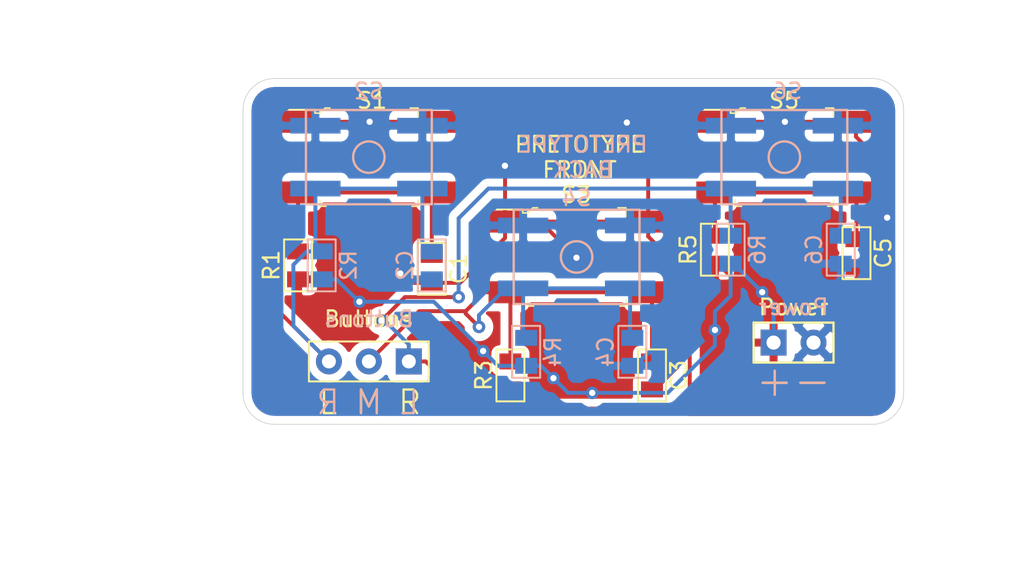
<source format=kicad_pcb>
(kicad_pcb (version 20171130) (host pcbnew "(5.1.4)-1")

  (general
    (thickness 1.6)
    (drawings 22)
    (tracks 169)
    (zones 0)
    (modules 22)
    (nets 6)
  )

  (page A4)
  (layers
    (0 F.Cu signal)
    (31 B.Cu signal)
    (32 B.Adhes user)
    (33 F.Adhes user)
    (34 B.Paste user)
    (35 F.Paste user)
    (36 B.SilkS user)
    (37 F.SilkS user)
    (38 B.Mask user)
    (39 F.Mask user)
    (40 Dwgs.User user)
    (41 Cmts.User user)
    (42 Eco1.User user)
    (43 Eco2.User user)
    (44 Edge.Cuts user)
    (45 Margin user)
    (46 B.CrtYd user)
    (47 F.CrtYd user)
    (48 B.Fab user)
    (49 F.Fab user)
  )

  (setup
    (last_trace_width 0.25)
    (trace_clearance 0.2)
    (zone_clearance 0.508)
    (zone_45_only no)
    (trace_min 0.2)
    (via_size 0.8)
    (via_drill 0.4)
    (via_min_size 0.4)
    (via_min_drill 0.3)
    (uvia_size 0.3)
    (uvia_drill 0.1)
    (uvias_allowed no)
    (uvia_min_size 0.2)
    (uvia_min_drill 0.1)
    (edge_width 0.05)
    (segment_width 0.2)
    (pcb_text_width 0.3)
    (pcb_text_size 1.5 1.5)
    (mod_edge_width 0.12)
    (mod_text_size 1 1)
    (mod_text_width 0.15)
    (pad_size 1.524 1.524)
    (pad_drill 0.762)
    (pad_to_mask_clearance 0)
    (solder_mask_min_width 0.25)
    (aux_axis_origin 0 0)
    (visible_elements 7FFFFFFF)
    (pcbplotparams
      (layerselection 0x010fc_ffffffff)
      (usegerberextensions false)
      (usegerberattributes false)
      (usegerberadvancedattributes false)
      (creategerberjobfile false)
      (excludeedgelayer true)
      (linewidth 1.000000)
      (plotframeref false)
      (viasonmask false)
      (mode 1)
      (useauxorigin false)
      (hpglpennumber 1)
      (hpglpenspeed 20)
      (hpglpendiameter 15.000000)
      (psnegative false)
      (psa4output false)
      (plotreference true)
      (plotvalue true)
      (plotinvisibletext false)
      (padsonsilk false)
      (subtractmaskfromsilk false)
      (outputformat 1)
      (mirror false)
      (drillshape 0)
      (scaleselection 1)
      (outputdirectory "Gerbs/"))
  )

  (net 0 "")
  (net 1 GND)
  (net 2 /BOTTOM_LEFT)
  (net 3 /BOTTOM_MIDDLE)
  (net 4 /BOTTOM_RIGHT)
  (net 5 +3V3)

  (net_class Default "This is the default net class."
    (clearance 0.2)
    (trace_width 0.25)
    (via_dia 0.8)
    (via_drill 0.4)
    (uvia_dia 0.3)
    (uvia_drill 0.1)
    (add_net +3V3)
    (add_net /BOTTOM_LEFT)
    (add_net /BOTTOM_MIDDLE)
    (add_net /BOTTOM_RIGHT)
    (add_net GND)
  )

  (module "" (layer B.Cu) (tedit 0) (tstamp 0)
    (at -23.2 26.8)
    (fp_text reference "" (at 23 -16.6) (layer B.SilkS)
      (effects (font (size 1.27 1.27) (thickness 0.15)) (justify mirror))
    )
    (fp_text value "" (at 23 -16.6) (layer B.SilkS)
      (effects (font (size 1.27 1.27) (thickness 0.15)) (justify mirror))
    )
    (fp_text user Buttons (at 23.2 -16.5 -180) (layer B.SilkS)
      (effects (font (size 1 1) (thickness 0.15)) (justify mirror))
    )
  )

  (module "" (layer B.Cu) (tedit 0) (tstamp 0)
    (at 23 16.6)
    (fp_text reference "" (at 4 -7.11) (layer B.SilkS)
      (effects (font (size 1.27 1.27) (thickness 0.15)) (justify mirror))
    )
    (fp_text value "" (at 4 -7.11) (layer B.SilkS)
      (effects (font (size 1.27 1.27) (thickness 0.15)) (justify mirror))
    )
    (fp_text user Power (at 4 -7.06 -180) (layer B.SilkS)
      (effects (font (size 1 1) (thickness 0.15)) (justify mirror))
    )
  )

  (module OPL_Capacitor:C0805 (layer F.Cu) (tedit 5BCB244D) (tstamp 5DC0E83A)
    (at 4 7.11 270)
    (descr 0805)
    (tags "Capacitor 0805")
    (path /5DCBF0C8)
    (attr smd)
    (fp_text reference C1 (at 0 -1.7 90) (layer F.SilkS)
      (effects (font (size 1 1) (thickness 0.15)))
    )
    (fp_text value C_Small (at 0 1.778 90) (layer F.Fab)
      (effects (font (size 1 1) (thickness 0.15)))
    )
    (fp_line (start 1.651 -0.889) (end 1.651 0.889) (layer F.SilkS) (width 0.127))
    (fp_line (start 1.651 0.889) (end -1.651 0.889) (layer F.SilkS) (width 0.127))
    (fp_line (start -1.651 0.889) (end -1.651 -0.889) (layer F.SilkS) (width 0.127))
    (fp_line (start -1.651 -0.889) (end 1.651 -0.889) (layer F.SilkS) (width 0.127))
    (fp_line (start -1.648 -0.95) (end 1.648 -0.95) (layer F.CrtYd) (width 0.05))
    (fp_line (start 1.648 -0.95) (end 1.648 0.95) (layer F.CrtYd) (width 0.05))
    (fp_line (start 1.648 0.95) (end -1.648 0.95) (layer F.CrtYd) (width 0.05))
    (fp_line (start -1.648 0.95) (end -1.648 -0.95) (layer F.CrtYd) (width 0.05))
    (fp_line (start 1 -0.62) (end -1 -0.62) (layer F.Fab) (width 0.1))
    (fp_line (start 1 -0.62) (end 1 0.62) (layer F.Fab) (width 0.1))
    (fp_line (start 1 0.62) (end -1 0.62) (layer F.Fab) (width 0.1))
    (fp_line (start -1 0.62) (end -1 -0.62) (layer F.Fab) (width 0.1))
    (pad 1 smd rect (at -0.889 0 270) (size 1.016 1.4) (layers F.Cu F.Paste F.Mask)
      (net 2 /BOTTOM_LEFT))
    (pad 2 smd rect (at 0.89 0 270) (size 1.016 1.4) (layers F.Cu F.Paste F.Mask)
      (net 1 GND))
  )

  (module OPL_Capacitor:C0805 (layer B.Cu) (tedit 5BCB244D) (tstamp 5DC0E84C)
    (at 4 6.889 270)
    (descr 0805)
    (tags "Capacitor 0805")
    (path /5DCC13E0)
    (attr smd)
    (fp_text reference C2 (at 0 1.7 90) (layer B.SilkS)
      (effects (font (size 1 1) (thickness 0.15)) (justify mirror))
    )
    (fp_text value C_Small (at 0 -1.778 90) (layer B.Fab)
      (effects (font (size 1 1) (thickness 0.15)) (justify mirror))
    )
    (fp_line (start -1 -0.62) (end -1 0.62) (layer B.Fab) (width 0.1))
    (fp_line (start 1 -0.62) (end -1 -0.62) (layer B.Fab) (width 0.1))
    (fp_line (start 1 0.62) (end 1 -0.62) (layer B.Fab) (width 0.1))
    (fp_line (start 1 0.62) (end -1 0.62) (layer B.Fab) (width 0.1))
    (fp_line (start -1.648 -0.95) (end -1.648 0.95) (layer B.CrtYd) (width 0.05))
    (fp_line (start 1.648 -0.95) (end -1.648 -0.95) (layer B.CrtYd) (width 0.05))
    (fp_line (start 1.648 0.95) (end 1.648 -0.95) (layer B.CrtYd) (width 0.05))
    (fp_line (start -1.648 0.95) (end 1.648 0.95) (layer B.CrtYd) (width 0.05))
    (fp_line (start -1.651 0.889) (end 1.651 0.889) (layer B.SilkS) (width 0.127))
    (fp_line (start -1.651 -0.889) (end -1.651 0.889) (layer B.SilkS) (width 0.127))
    (fp_line (start 1.651 -0.889) (end -1.651 -0.889) (layer B.SilkS) (width 0.127))
    (fp_line (start 1.651 0.889) (end 1.651 -0.889) (layer B.SilkS) (width 0.127))
    (pad 2 smd rect (at 0.89 0 270) (size 1.016 1.4) (layers B.Cu B.Paste B.Mask)
      (net 1 GND))
    (pad 1 smd rect (at -0.889 0 270) (size 1.016 1.4) (layers B.Cu B.Paste B.Mask)
      (net 2 /BOTTOM_LEFT))
  )

  (module OPL_Capacitor:C0805 (layer F.Cu) (tedit 5BCB244D) (tstamp 5DC0E85E)
    (at 18 13.889 270)
    (descr 0805)
    (tags "Capacitor 0805")
    (path /5DCC3081)
    (attr smd)
    (fp_text reference C3 (at 0 -1.7 90) (layer F.SilkS)
      (effects (font (size 1 1) (thickness 0.15)))
    )
    (fp_text value C_Small (at 0 1.778 90) (layer F.Fab)
      (effects (font (size 1 1) (thickness 0.15)))
    )
    (fp_line (start 1.651 -0.889) (end 1.651 0.889) (layer F.SilkS) (width 0.127))
    (fp_line (start 1.651 0.889) (end -1.651 0.889) (layer F.SilkS) (width 0.127))
    (fp_line (start -1.651 0.889) (end -1.651 -0.889) (layer F.SilkS) (width 0.127))
    (fp_line (start -1.651 -0.889) (end 1.651 -0.889) (layer F.SilkS) (width 0.127))
    (fp_line (start -1.648 -0.95) (end 1.648 -0.95) (layer F.CrtYd) (width 0.05))
    (fp_line (start 1.648 -0.95) (end 1.648 0.95) (layer F.CrtYd) (width 0.05))
    (fp_line (start 1.648 0.95) (end -1.648 0.95) (layer F.CrtYd) (width 0.05))
    (fp_line (start -1.648 0.95) (end -1.648 -0.95) (layer F.CrtYd) (width 0.05))
    (fp_line (start 1 -0.62) (end -1 -0.62) (layer F.Fab) (width 0.1))
    (fp_line (start 1 -0.62) (end 1 0.62) (layer F.Fab) (width 0.1))
    (fp_line (start 1 0.62) (end -1 0.62) (layer F.Fab) (width 0.1))
    (fp_line (start -1 0.62) (end -1 -0.62) (layer F.Fab) (width 0.1))
    (pad 1 smd rect (at -0.889 0 270) (size 1.016 1.4) (layers F.Cu F.Paste F.Mask)
      (net 3 /BOTTOM_MIDDLE))
    (pad 2 smd rect (at 0.89 0 270) (size 1.016 1.4) (layers F.Cu F.Paste F.Mask)
      (net 1 GND))
  )

  (module OPL_Capacitor:C0805 (layer B.Cu) (tedit 5BCB244D) (tstamp 5DC0E870)
    (at 16.75 12.389 270)
    (descr 0805)
    (tags "Capacitor 0805")
    (path /5DCC4E35)
    (attr smd)
    (fp_text reference C4 (at 0 1.7 90) (layer B.SilkS)
      (effects (font (size 1 1) (thickness 0.15)) (justify mirror))
    )
    (fp_text value C_Small (at 0 -1.778 90) (layer B.Fab)
      (effects (font (size 1 1) (thickness 0.15)) (justify mirror))
    )
    (fp_line (start -1 -0.62) (end -1 0.62) (layer B.Fab) (width 0.1))
    (fp_line (start 1 -0.62) (end -1 -0.62) (layer B.Fab) (width 0.1))
    (fp_line (start 1 0.62) (end 1 -0.62) (layer B.Fab) (width 0.1))
    (fp_line (start 1 0.62) (end -1 0.62) (layer B.Fab) (width 0.1))
    (fp_line (start -1.648 -0.95) (end -1.648 0.95) (layer B.CrtYd) (width 0.05))
    (fp_line (start 1.648 -0.95) (end -1.648 -0.95) (layer B.CrtYd) (width 0.05))
    (fp_line (start 1.648 0.95) (end 1.648 -0.95) (layer B.CrtYd) (width 0.05))
    (fp_line (start -1.648 0.95) (end 1.648 0.95) (layer B.CrtYd) (width 0.05))
    (fp_line (start -1.651 0.889) (end 1.651 0.889) (layer B.SilkS) (width 0.127))
    (fp_line (start -1.651 -0.889) (end -1.651 0.889) (layer B.SilkS) (width 0.127))
    (fp_line (start 1.651 -0.889) (end -1.651 -0.889) (layer B.SilkS) (width 0.127))
    (fp_line (start 1.651 0.889) (end 1.651 -0.889) (layer B.SilkS) (width 0.127))
    (pad 2 smd rect (at 0.89 0 270) (size 1.016 1.4) (layers B.Cu B.Paste B.Mask)
      (net 1 GND))
    (pad 1 smd rect (at -0.889 0 270) (size 1.016 1.4) (layers B.Cu B.Paste B.Mask)
      (net 3 /BOTTOM_MIDDLE))
  )

  (module OPL_Capacitor:C0805 (layer F.Cu) (tedit 5BCB244D) (tstamp 5DC0E882)
    (at 31 6.11 270)
    (descr 0805)
    (tags "Capacitor 0805")
    (path /5DCC3916)
    (attr smd)
    (fp_text reference C5 (at 0 -1.7 90) (layer F.SilkS)
      (effects (font (size 1 1) (thickness 0.15)))
    )
    (fp_text value C_Small (at 0 1.778 90) (layer F.Fab)
      (effects (font (size 1 1) (thickness 0.15)))
    )
    (fp_line (start -1 0.62) (end -1 -0.62) (layer F.Fab) (width 0.1))
    (fp_line (start 1 0.62) (end -1 0.62) (layer F.Fab) (width 0.1))
    (fp_line (start 1 -0.62) (end 1 0.62) (layer F.Fab) (width 0.1))
    (fp_line (start 1 -0.62) (end -1 -0.62) (layer F.Fab) (width 0.1))
    (fp_line (start -1.648 0.95) (end -1.648 -0.95) (layer F.CrtYd) (width 0.05))
    (fp_line (start 1.648 0.95) (end -1.648 0.95) (layer F.CrtYd) (width 0.05))
    (fp_line (start 1.648 -0.95) (end 1.648 0.95) (layer F.CrtYd) (width 0.05))
    (fp_line (start -1.648 -0.95) (end 1.648 -0.95) (layer F.CrtYd) (width 0.05))
    (fp_line (start -1.651 -0.889) (end 1.651 -0.889) (layer F.SilkS) (width 0.127))
    (fp_line (start -1.651 0.889) (end -1.651 -0.889) (layer F.SilkS) (width 0.127))
    (fp_line (start 1.651 0.889) (end -1.651 0.889) (layer F.SilkS) (width 0.127))
    (fp_line (start 1.651 -0.889) (end 1.651 0.889) (layer F.SilkS) (width 0.127))
    (pad 2 smd rect (at 0.89 0 270) (size 1.016 1.4) (layers F.Cu F.Paste F.Mask)
      (net 1 GND))
    (pad 1 smd rect (at -0.889 0 270) (size 1.016 1.4) (layers F.Cu F.Paste F.Mask)
      (net 4 /BOTTOM_RIGHT))
  )

  (module OPL_Capacitor:C0805 (layer B.Cu) (tedit 5BCB244D) (tstamp 5DC0E894)
    (at 30 5.889 270)
    (descr 0805)
    (tags "Capacitor 0805")
    (path /5DCC4408)
    (attr smd)
    (fp_text reference C6 (at 0 1.7 90) (layer B.SilkS)
      (effects (font (size 1 1) (thickness 0.15)) (justify mirror))
    )
    (fp_text value C_Small (at 0 -1.778 90) (layer B.Fab)
      (effects (font (size 1 1) (thickness 0.15)) (justify mirror))
    )
    (fp_line (start 1.651 0.889) (end 1.651 -0.889) (layer B.SilkS) (width 0.127))
    (fp_line (start 1.651 -0.889) (end -1.651 -0.889) (layer B.SilkS) (width 0.127))
    (fp_line (start -1.651 -0.889) (end -1.651 0.889) (layer B.SilkS) (width 0.127))
    (fp_line (start -1.651 0.889) (end 1.651 0.889) (layer B.SilkS) (width 0.127))
    (fp_line (start -1.648 0.95) (end 1.648 0.95) (layer B.CrtYd) (width 0.05))
    (fp_line (start 1.648 0.95) (end 1.648 -0.95) (layer B.CrtYd) (width 0.05))
    (fp_line (start 1.648 -0.95) (end -1.648 -0.95) (layer B.CrtYd) (width 0.05))
    (fp_line (start -1.648 -0.95) (end -1.648 0.95) (layer B.CrtYd) (width 0.05))
    (fp_line (start 1 0.62) (end -1 0.62) (layer B.Fab) (width 0.1))
    (fp_line (start 1 0.62) (end 1 -0.62) (layer B.Fab) (width 0.1))
    (fp_line (start 1 -0.62) (end -1 -0.62) (layer B.Fab) (width 0.1))
    (fp_line (start -1 -0.62) (end -1 0.62) (layer B.Fab) (width 0.1))
    (pad 1 smd rect (at -0.889 0 270) (size 1.016 1.4) (layers B.Cu B.Paste B.Mask)
      (net 4 /BOTTOM_RIGHT))
    (pad 2 smd rect (at 0.89 0 270) (size 1.016 1.4) (layers B.Cu B.Paste B.Mask)
      (net 1 GND))
  )

  (module OPL_Resistor:R0805 (layer F.Cu) (tedit 5BCC80E8) (tstamp 5DC0E8A7)
    (at -4.5 6.889 90)
    (path /5DC0CED5)
    (attr smd)
    (fp_text reference R1 (at 0 -1.7 90) (layer F.SilkS)
      (effects (font (size 1 1) (thickness 0.15)))
    )
    (fp_text value R_Small (at 0 1.8 90) (layer F.Fab)
      (effects (font (size 1 1) (thickness 0.15)))
    )
    (fp_text user %R (at 0 -1.7 90) (layer F.Fab)
      (effects (font (size 1 1) (thickness 0.15)))
    )
    (fp_line (start -1 0.62) (end -1 -0.62) (layer F.Fab) (width 0.1))
    (fp_line (start 1 0.62) (end -1 0.62) (layer F.Fab) (width 0.1))
    (fp_line (start 1 -0.62) (end 1 0.62) (layer F.Fab) (width 0.1))
    (fp_line (start -1 -0.62) (end 1 -0.62) (layer F.Fab) (width 0.1))
    (fp_line (start 1.65 -0.95) (end -1.65 -0.95) (layer F.CrtYd) (width 0.05))
    (fp_line (start 1.65 0.95) (end 1.65 -0.95) (layer F.CrtYd) (width 0.05))
    (fp_line (start -1.65 0.95) (end 1.65 0.95) (layer F.CrtYd) (width 0.05))
    (fp_line (start -1.65 0.95) (end -1.65 -0.95) (layer F.CrtYd) (width 0.05))
    (fp_line (start -1.651 -0.889) (end 1.651 -0.889) (layer F.SilkS) (width 0.127))
    (fp_line (start -1.651 0.889) (end -1.651 -0.889) (layer F.SilkS) (width 0.127))
    (fp_line (start 1.651 0.889) (end -1.651 0.889) (layer F.SilkS) (width 0.127))
    (fp_line (start 1.651 -0.889) (end 1.651 0.889) (layer F.SilkS) (width 0.127))
    (pad 2 smd rect (at 0.889 0 90) (size 1.016 1.397) (layers F.Cu F.Paste F.Mask)
      (net 2 /BOTTOM_LEFT))
    (pad 1 smd rect (at -0.889 0 90) (size 1.016 1.397) (layers F.Cu F.Paste F.Mask)
      (net 5 +3V3))
  )

  (module OPL_Resistor:R0805 (layer B.Cu) (tedit 5BCC80E8) (tstamp 5DC0E8BA)
    (at -3 6.889 90)
    (path /5DC7AFA7)
    (attr smd)
    (fp_text reference R2 (at 0 1.7 90) (layer B.SilkS)
      (effects (font (size 1 1) (thickness 0.15)) (justify mirror))
    )
    (fp_text value R_Small (at 0 -1.8 90) (layer B.Fab)
      (effects (font (size 1 1) (thickness 0.15)) (justify mirror))
    )
    (fp_text user %R (at 0 1.7 90) (layer B.Fab)
      (effects (font (size 1 1) (thickness 0.15)) (justify mirror))
    )
    (fp_line (start -1 -0.62) (end -1 0.62) (layer B.Fab) (width 0.1))
    (fp_line (start 1 -0.62) (end -1 -0.62) (layer B.Fab) (width 0.1))
    (fp_line (start 1 0.62) (end 1 -0.62) (layer B.Fab) (width 0.1))
    (fp_line (start -1 0.62) (end 1 0.62) (layer B.Fab) (width 0.1))
    (fp_line (start 1.65 0.95) (end -1.65 0.95) (layer B.CrtYd) (width 0.05))
    (fp_line (start 1.65 -0.95) (end 1.65 0.95) (layer B.CrtYd) (width 0.05))
    (fp_line (start -1.65 -0.95) (end 1.65 -0.95) (layer B.CrtYd) (width 0.05))
    (fp_line (start -1.65 -0.95) (end -1.65 0.95) (layer B.CrtYd) (width 0.05))
    (fp_line (start -1.651 0.889) (end 1.651 0.889) (layer B.SilkS) (width 0.127))
    (fp_line (start -1.651 -0.889) (end -1.651 0.889) (layer B.SilkS) (width 0.127))
    (fp_line (start 1.651 -0.889) (end -1.651 -0.889) (layer B.SilkS) (width 0.127))
    (fp_line (start 1.651 0.889) (end 1.651 -0.889) (layer B.SilkS) (width 0.127))
    (pad 2 smd rect (at 0.889 0 90) (size 1.016 1.397) (layers B.Cu B.Paste B.Mask)
      (net 2 /BOTTOM_LEFT))
    (pad 1 smd rect (at -0.889 0 90) (size 1.016 1.397) (layers B.Cu B.Paste B.Mask)
      (net 5 +3V3))
  )

  (module OPL_Resistor:R0805 (layer F.Cu) (tedit 5BCC80E8) (tstamp 5DC0E8CD)
    (at 9 13.889 90)
    (path /5DC0EE89)
    (attr smd)
    (fp_text reference R3 (at 0 -1.7 90) (layer F.SilkS)
      (effects (font (size 1 1) (thickness 0.15)))
    )
    (fp_text value R_Small (at 0 1.8 90) (layer F.Fab)
      (effects (font (size 1 1) (thickness 0.15)))
    )
    (fp_line (start 1.651 -0.889) (end 1.651 0.889) (layer F.SilkS) (width 0.127))
    (fp_line (start 1.651 0.889) (end -1.651 0.889) (layer F.SilkS) (width 0.127))
    (fp_line (start -1.651 0.889) (end -1.651 -0.889) (layer F.SilkS) (width 0.127))
    (fp_line (start -1.651 -0.889) (end 1.651 -0.889) (layer F.SilkS) (width 0.127))
    (fp_line (start -1.65 0.95) (end -1.65 -0.95) (layer F.CrtYd) (width 0.05))
    (fp_line (start -1.65 0.95) (end 1.65 0.95) (layer F.CrtYd) (width 0.05))
    (fp_line (start 1.65 0.95) (end 1.65 -0.95) (layer F.CrtYd) (width 0.05))
    (fp_line (start 1.65 -0.95) (end -1.65 -0.95) (layer F.CrtYd) (width 0.05))
    (fp_line (start -1 -0.62) (end 1 -0.62) (layer F.Fab) (width 0.1))
    (fp_line (start 1 -0.62) (end 1 0.62) (layer F.Fab) (width 0.1))
    (fp_line (start 1 0.62) (end -1 0.62) (layer F.Fab) (width 0.1))
    (fp_line (start -1 0.62) (end -1 -0.62) (layer F.Fab) (width 0.1))
    (fp_text user %R (at 0 -1.7 90) (layer F.Fab)
      (effects (font (size 1 1) (thickness 0.15)))
    )
    (pad 1 smd rect (at -0.889 0 90) (size 1.016 1.397) (layers F.Cu F.Paste F.Mask)
      (net 5 +3V3))
    (pad 2 smd rect (at 0.889 0 90) (size 1.016 1.397) (layers F.Cu F.Paste F.Mask)
      (net 3 /BOTTOM_MIDDLE))
  )

  (module OPL_Resistor:R0805 (layer B.Cu) (tedit 5BCC80E8) (tstamp 5DC0E8E0)
    (at 10 12.389 90)
    (path /5DC7AFAD)
    (attr smd)
    (fp_text reference R4 (at 0 1.7 90) (layer B.SilkS)
      (effects (font (size 1 1) (thickness 0.15)) (justify mirror))
    )
    (fp_text value R_Small (at 0 -1.8 90) (layer B.Fab)
      (effects (font (size 1 1) (thickness 0.15)) (justify mirror))
    )
    (fp_line (start 1.651 0.889) (end 1.651 -0.889) (layer B.SilkS) (width 0.127))
    (fp_line (start 1.651 -0.889) (end -1.651 -0.889) (layer B.SilkS) (width 0.127))
    (fp_line (start -1.651 -0.889) (end -1.651 0.889) (layer B.SilkS) (width 0.127))
    (fp_line (start -1.651 0.889) (end 1.651 0.889) (layer B.SilkS) (width 0.127))
    (fp_line (start -1.65 -0.95) (end -1.65 0.95) (layer B.CrtYd) (width 0.05))
    (fp_line (start -1.65 -0.95) (end 1.65 -0.95) (layer B.CrtYd) (width 0.05))
    (fp_line (start 1.65 -0.95) (end 1.65 0.95) (layer B.CrtYd) (width 0.05))
    (fp_line (start 1.65 0.95) (end -1.65 0.95) (layer B.CrtYd) (width 0.05))
    (fp_line (start -1 0.62) (end 1 0.62) (layer B.Fab) (width 0.1))
    (fp_line (start 1 0.62) (end 1 -0.62) (layer B.Fab) (width 0.1))
    (fp_line (start 1 -0.62) (end -1 -0.62) (layer B.Fab) (width 0.1))
    (fp_line (start -1 -0.62) (end -1 0.62) (layer B.Fab) (width 0.1))
    (fp_text user %R (at 0 1.7 90) (layer B.Fab)
      (effects (font (size 1 1) (thickness 0.15)) (justify mirror))
    )
    (pad 1 smd rect (at -0.889 0 90) (size 1.016 1.397) (layers B.Cu B.Paste B.Mask)
      (net 5 +3V3))
    (pad 2 smd rect (at 0.889 0 90) (size 1.016 1.397) (layers B.Cu B.Paste B.Mask)
      (net 3 /BOTTOM_MIDDLE))
  )

  (module OPL_Resistor:R0805 (layer F.Cu) (tedit 5BCC80E8) (tstamp 5DC0E8F3)
    (at 22 5.889 90)
    (path /5DC0F8E8)
    (attr smd)
    (fp_text reference R5 (at 0 -1.7 90) (layer F.SilkS)
      (effects (font (size 1 1) (thickness 0.15)))
    )
    (fp_text value R_Small (at 0 1.8 90) (layer F.Fab)
      (effects (font (size 1 1) (thickness 0.15)))
    )
    (fp_line (start 1.651 -0.889) (end 1.651 0.889) (layer F.SilkS) (width 0.127))
    (fp_line (start 1.651 0.889) (end -1.651 0.889) (layer F.SilkS) (width 0.127))
    (fp_line (start -1.651 0.889) (end -1.651 -0.889) (layer F.SilkS) (width 0.127))
    (fp_line (start -1.651 -0.889) (end 1.651 -0.889) (layer F.SilkS) (width 0.127))
    (fp_line (start -1.65 0.95) (end -1.65 -0.95) (layer F.CrtYd) (width 0.05))
    (fp_line (start -1.65 0.95) (end 1.65 0.95) (layer F.CrtYd) (width 0.05))
    (fp_line (start 1.65 0.95) (end 1.65 -0.95) (layer F.CrtYd) (width 0.05))
    (fp_line (start 1.65 -0.95) (end -1.65 -0.95) (layer F.CrtYd) (width 0.05))
    (fp_line (start -1 -0.62) (end 1 -0.62) (layer F.Fab) (width 0.1))
    (fp_line (start 1 -0.62) (end 1 0.62) (layer F.Fab) (width 0.1))
    (fp_line (start 1 0.62) (end -1 0.62) (layer F.Fab) (width 0.1))
    (fp_line (start -1 0.62) (end -1 -0.62) (layer F.Fab) (width 0.1))
    (fp_text user %R (at 0 -1.7 90) (layer F.Fab)
      (effects (font (size 1 1) (thickness 0.15)))
    )
    (pad 1 smd rect (at -0.889 0 90) (size 1.016 1.397) (layers F.Cu F.Paste F.Mask)
      (net 5 +3V3))
    (pad 2 smd rect (at 0.889 0 90) (size 1.016 1.397) (layers F.Cu F.Paste F.Mask)
      (net 4 /BOTTOM_RIGHT))
  )

  (module OPL_Resistor:R0805 (layer B.Cu) (tedit 5BCC80E8) (tstamp 5DC0E906)
    (at 23 5.889 90)
    (path /5DC7AFB3)
    (attr smd)
    (fp_text reference R6 (at 0 1.7 90) (layer B.SilkS)
      (effects (font (size 1 1) (thickness 0.15)) (justify mirror))
    )
    (fp_text value R_Small (at 0 -1.8 90) (layer B.Fab)
      (effects (font (size 1 1) (thickness 0.15)) (justify mirror))
    )
    (fp_text user %R (at 0 1.7 90) (layer B.Fab)
      (effects (font (size 1 1) (thickness 0.15)) (justify mirror))
    )
    (fp_line (start -1 -0.62) (end -1 0.62) (layer B.Fab) (width 0.1))
    (fp_line (start 1 -0.62) (end -1 -0.62) (layer B.Fab) (width 0.1))
    (fp_line (start 1 0.62) (end 1 -0.62) (layer B.Fab) (width 0.1))
    (fp_line (start -1 0.62) (end 1 0.62) (layer B.Fab) (width 0.1))
    (fp_line (start 1.65 0.95) (end -1.65 0.95) (layer B.CrtYd) (width 0.05))
    (fp_line (start 1.65 -0.95) (end 1.65 0.95) (layer B.CrtYd) (width 0.05))
    (fp_line (start -1.65 -0.95) (end 1.65 -0.95) (layer B.CrtYd) (width 0.05))
    (fp_line (start -1.65 -0.95) (end -1.65 0.95) (layer B.CrtYd) (width 0.05))
    (fp_line (start -1.651 0.889) (end 1.651 0.889) (layer B.SilkS) (width 0.127))
    (fp_line (start -1.651 -0.889) (end -1.651 0.889) (layer B.SilkS) (width 0.127))
    (fp_line (start 1.651 -0.889) (end -1.651 -0.889) (layer B.SilkS) (width 0.127))
    (fp_line (start 1.651 0.889) (end 1.651 -0.889) (layer B.SilkS) (width 0.127))
    (pad 2 smd rect (at 0.889 0 90) (size 1.016 1.397) (layers B.Cu B.Paste B.Mask)
      (net 4 /BOTTOM_RIGHT))
    (pad 1 smd rect (at -0.889 0 90) (size 1.016 1.397) (layers B.Cu B.Paste B.Mask)
      (net 5 +3V3))
  )

  (module digikey-footprints:Switch_Tactile_SMD_6x6mm (layer F.Cu) (tedit 5AF353E1) (tstamp 5DC0ED80)
    (at 0 0)
    (path /5DC1377B)
    (fp_text reference S1 (at 0.2 -3.6) (layer F.SilkS)
      (effects (font (size 1 1) (thickness 0.15)))
    )
    (fp_text value FSM4JSMATR (at 0 5.08) (layer F.Fab)
      (effects (font (size 1 1) (thickness 0.15)))
    )
    (fp_text user %R (at -0.125 0.125) (layer F.Fab)
      (effects (font (size 1 1) (thickness 0.15)))
    )
    (fp_line (start -5.85 -3.3) (end 5.85 -3.3) (layer F.CrtYd) (width 0.05))
    (fp_line (start -5.85 3.3) (end -5.85 -3.3) (layer F.CrtYd) (width 0.05))
    (fp_line (start 5.85 3.3) (end -5.85 3.3) (layer F.CrtYd) (width 0.05))
    (fp_line (start 5.85 -3.3) (end 5.85 3.3) (layer F.CrtYd) (width 0.05))
    (fp_line (start -2.775 -3.125) (end -2.475 -3.125) (layer F.SilkS) (width 0.1))
    (fp_line (start -2.775 -3.125) (end -3.125 -2.8) (layer F.SilkS) (width 0.1))
    (fp_line (start -3.125 -2.8) (end -3.425 -2.8) (layer F.SilkS) (width 0.1))
    (fp_line (start -3.425 -2.8) (end -3.425 -3.025) (layer F.SilkS) (width 0.1))
    (fp_line (start -3.425 -3.025) (end -5.075 -3.025) (layer F.SilkS) (width 0.1))
    (fp_line (start 3.125 -2.575) (end 3.125 -3.125) (layer F.SilkS) (width 0.1))
    (fp_line (start 3.125 -3.125) (end 2.625 -3.125) (layer F.SilkS) (width 0.1))
    (fp_line (start -2.725 3.125) (end -3.125 3.125) (layer F.SilkS) (width 0.1))
    (fp_line (start -3.125 3.125) (end -3.125 2.725) (layer F.SilkS) (width 0.1))
    (fp_line (start 3.125 2.75) (end 3.125 3.125) (layer F.SilkS) (width 0.1))
    (fp_line (start 3.125 3.125) (end 2.75 3.125) (layer F.SilkS) (width 0.1))
    (fp_line (start -2.7 -3) (end 3 -3) (layer F.Fab) (width 0.1))
    (fp_line (start -3 -2.725) (end -3 3) (layer F.Fab) (width 0.1))
    (fp_line (start -2.7 -3) (end -3 -2.725) (layer F.Fab) (width 0.1))
    (fp_line (start -3 3) (end 3 3) (layer F.Fab) (width 0.1))
    (fp_line (start 3 3) (end 3 -3) (layer F.Fab) (width 0.1))
    (pad 2 smd rect (at 4.55 -2.25 270) (size 1.4 2.1) (layers F.Cu F.Paste F.Mask)
      (net 1 GND))
    (pad 4 smd rect (at 4.55 2.25 270) (size 1.4 2.1) (layers F.Cu F.Paste F.Mask)
      (net 2 /BOTTOM_LEFT))
    (pad 3 smd rect (at -4.55 2.25 270) (size 1.4 2.1) (layers F.Cu F.Paste F.Mask)
      (net 2 /BOTTOM_LEFT))
    (pad 1 smd rect (at -4.55 -2.25 270) (size 1.4 2.1) (layers F.Cu F.Paste F.Mask)
      (net 1 GND))
  )

  (module digikey-footprints:EVQ-Q2Y03W (layer B.Cu) (tedit 5DC0D26B) (tstamp 5DC0E930)
    (at 0 0)
    (path /5DC853D7)
    (fp_text reference S2 (at 0 -4.2) (layer B.SilkS)
      (effects (font (size 1 1) (thickness 0.15)) (justify mirror))
    )
    (fp_text value EVQ-Q2Y03W (at 0 -4) (layer B.Fab)
      (effects (font (size 1 1) (thickness 0.15)) (justify mirror))
    )
    (fp_line (start 4 3) (end 4 -3) (layer B.SilkS) (width 0.15))
    (fp_line (start 4 -3) (end -4 -3) (layer B.SilkS) (width 0.15))
    (fp_line (start -4 -3) (end -4 3) (layer B.SilkS) (width 0.15))
    (fp_line (start -4 3) (end 4 3) (layer B.SilkS) (width 0.15))
    (fp_circle (center 0 0) (end 1 0) (layer B.SilkS) (width 0.15))
    (pad 3 smd rect (at 3.4 -2) (size 3.2 1) (layers B.Cu B.Paste B.Mask)
      (net 1 GND))
    (pad 1 smd rect (at 3.4 2) (size 3.2 1) (layers B.Cu B.Paste B.Mask)
      (net 2 /BOTTOM_LEFT))
    (pad 2 smd rect (at -3.4 2) (size 3.2 1) (layers B.Cu B.Paste B.Mask)
      (net 2 /BOTTOM_LEFT))
    (pad 4 smd rect (at -3.4 -2) (size 3.2 1) (layers B.Cu B.Paste B.Mask)
      (net 1 GND))
  )

  (module digikey-footprints:Switch_Tactile_SMD_6x6mm (layer F.Cu) (tedit 5AF353E1) (tstamp 5DC0E94D)
    (at 13.208 6.35)
    (path /5DC196E0)
    (fp_text reference S3 (at -0.03 -3.95) (layer F.SilkS)
      (effects (font (size 1 1) (thickness 0.15)))
    )
    (fp_text value FSM4JSMATR (at 0 5.08) (layer F.Fab)
      (effects (font (size 1 1) (thickness 0.15)))
    )
    (fp_line (start 3 3) (end 3 -3) (layer F.Fab) (width 0.1))
    (fp_line (start -3 3) (end 3 3) (layer F.Fab) (width 0.1))
    (fp_line (start -2.7 -3) (end -3 -2.725) (layer F.Fab) (width 0.1))
    (fp_line (start -3 -2.725) (end -3 3) (layer F.Fab) (width 0.1))
    (fp_line (start -2.7 -3) (end 3 -3) (layer F.Fab) (width 0.1))
    (fp_line (start 3.125 3.125) (end 2.75 3.125) (layer F.SilkS) (width 0.1))
    (fp_line (start 3.125 2.75) (end 3.125 3.125) (layer F.SilkS) (width 0.1))
    (fp_line (start -3.125 3.125) (end -3.125 2.725) (layer F.SilkS) (width 0.1))
    (fp_line (start -2.725 3.125) (end -3.125 3.125) (layer F.SilkS) (width 0.1))
    (fp_line (start 3.125 -3.125) (end 2.625 -3.125) (layer F.SilkS) (width 0.1))
    (fp_line (start 3.125 -2.575) (end 3.125 -3.125) (layer F.SilkS) (width 0.1))
    (fp_line (start -3.425 -3.025) (end -5.075 -3.025) (layer F.SilkS) (width 0.1))
    (fp_line (start -3.425 -2.8) (end -3.425 -3.025) (layer F.SilkS) (width 0.1))
    (fp_line (start -3.125 -2.8) (end -3.425 -2.8) (layer F.SilkS) (width 0.1))
    (fp_line (start -2.775 -3.125) (end -3.125 -2.8) (layer F.SilkS) (width 0.1))
    (fp_line (start -2.775 -3.125) (end -2.475 -3.125) (layer F.SilkS) (width 0.1))
    (fp_line (start 5.85 -3.3) (end 5.85 3.3) (layer F.CrtYd) (width 0.05))
    (fp_line (start 5.85 3.3) (end -5.85 3.3) (layer F.CrtYd) (width 0.05))
    (fp_line (start -5.85 3.3) (end -5.85 -3.3) (layer F.CrtYd) (width 0.05))
    (fp_line (start -5.85 -3.3) (end 5.85 -3.3) (layer F.CrtYd) (width 0.05))
    (fp_text user %R (at -0.125 0.125) (layer F.Fab)
      (effects (font (size 1 1) (thickness 0.15)))
    )
    (pad 1 smd rect (at -4.55 -2.25 270) (size 1.4 2.1) (layers F.Cu F.Paste F.Mask)
      (net 1 GND))
    (pad 3 smd rect (at -4.55 2.25 270) (size 1.4 2.1) (layers F.Cu F.Paste F.Mask)
      (net 3 /BOTTOM_MIDDLE))
    (pad 4 smd rect (at 4.55 2.25 270) (size 1.4 2.1) (layers F.Cu F.Paste F.Mask)
      (net 3 /BOTTOM_MIDDLE))
    (pad 2 smd rect (at 4.55 -2.25 270) (size 1.4 2.1) (layers F.Cu F.Paste F.Mask)
      (net 1 GND))
  )

  (module digikey-footprints:EVQ-Q2Y03W (layer B.Cu) (tedit 5DC0D26B) (tstamp 5DC0E95A)
    (at 13.208 6.35)
    (path /5DC83DBA)
    (fp_text reference S4 (at -0.008 -3.75) (layer B.SilkS)
      (effects (font (size 1 1) (thickness 0.15)) (justify mirror))
    )
    (fp_text value EVQ-Q2Y03W (at 0 -4) (layer B.Fab)
      (effects (font (size 1 1) (thickness 0.15)) (justify mirror))
    )
    (fp_circle (center 0 0) (end 1 0) (layer B.SilkS) (width 0.15))
    (fp_line (start -4 3) (end 4 3) (layer B.SilkS) (width 0.15))
    (fp_line (start -4 -3) (end -4 3) (layer B.SilkS) (width 0.15))
    (fp_line (start 4 -3) (end -4 -3) (layer B.SilkS) (width 0.15))
    (fp_line (start 4 3) (end 4 -3) (layer B.SilkS) (width 0.15))
    (pad 4 smd rect (at -3.4 -2) (size 3.2 1) (layers B.Cu B.Paste B.Mask)
      (net 1 GND))
    (pad 2 smd rect (at -3.4 2) (size 3.2 1) (layers B.Cu B.Paste B.Mask)
      (net 3 /BOTTOM_MIDDLE))
    (pad 1 smd rect (at 3.4 2) (size 3.2 1) (layers B.Cu B.Paste B.Mask)
      (net 3 /BOTTOM_MIDDLE))
    (pad 3 smd rect (at 3.4 -2) (size 3.2 1) (layers B.Cu B.Paste B.Mask)
      (net 1 GND))
  )

  (module digikey-footprints:Switch_Tactile_SMD_6x6mm (layer F.Cu) (tedit 5AF353E1) (tstamp 5DC0E977)
    (at 26.416 0)
    (path /5DC1AB65)
    (fp_text reference S5 (at -0.016 -3.6) (layer F.SilkS)
      (effects (font (size 1 1) (thickness 0.15)))
    )
    (fp_text value FSM4JSMATR (at 0 5.08) (layer F.Fab)
      (effects (font (size 1 1) (thickness 0.15)))
    )
    (fp_text user %R (at -0.125 0.125) (layer F.Fab)
      (effects (font (size 1 1) (thickness 0.15)))
    )
    (fp_line (start -5.85 -3.3) (end 5.85 -3.3) (layer F.CrtYd) (width 0.05))
    (fp_line (start -5.85 3.3) (end -5.85 -3.3) (layer F.CrtYd) (width 0.05))
    (fp_line (start 5.85 3.3) (end -5.85 3.3) (layer F.CrtYd) (width 0.05))
    (fp_line (start 5.85 -3.3) (end 5.85 3.3) (layer F.CrtYd) (width 0.05))
    (fp_line (start -2.775 -3.125) (end -2.475 -3.125) (layer F.SilkS) (width 0.1))
    (fp_line (start -2.775 -3.125) (end -3.125 -2.8) (layer F.SilkS) (width 0.1))
    (fp_line (start -3.125 -2.8) (end -3.425 -2.8) (layer F.SilkS) (width 0.1))
    (fp_line (start -3.425 -2.8) (end -3.425 -3.025) (layer F.SilkS) (width 0.1))
    (fp_line (start -3.425 -3.025) (end -5.075 -3.025) (layer F.SilkS) (width 0.1))
    (fp_line (start 3.125 -2.575) (end 3.125 -3.125) (layer F.SilkS) (width 0.1))
    (fp_line (start 3.125 -3.125) (end 2.625 -3.125) (layer F.SilkS) (width 0.1))
    (fp_line (start -2.725 3.125) (end -3.125 3.125) (layer F.SilkS) (width 0.1))
    (fp_line (start -3.125 3.125) (end -3.125 2.725) (layer F.SilkS) (width 0.1))
    (fp_line (start 3.125 2.75) (end 3.125 3.125) (layer F.SilkS) (width 0.1))
    (fp_line (start 3.125 3.125) (end 2.75 3.125) (layer F.SilkS) (width 0.1))
    (fp_line (start -2.7 -3) (end 3 -3) (layer F.Fab) (width 0.1))
    (fp_line (start -3 -2.725) (end -3 3) (layer F.Fab) (width 0.1))
    (fp_line (start -2.7 -3) (end -3 -2.725) (layer F.Fab) (width 0.1))
    (fp_line (start -3 3) (end 3 3) (layer F.Fab) (width 0.1))
    (fp_line (start 3 3) (end 3 -3) (layer F.Fab) (width 0.1))
    (pad 2 smd rect (at 4.55 -2.25 270) (size 1.4 2.1) (layers F.Cu F.Paste F.Mask)
      (net 1 GND))
    (pad 4 smd rect (at 4.55 2.25 270) (size 1.4 2.1) (layers F.Cu F.Paste F.Mask)
      (net 4 /BOTTOM_RIGHT))
    (pad 3 smd rect (at -4.55 2.25 270) (size 1.4 2.1) (layers F.Cu F.Paste F.Mask)
      (net 4 /BOTTOM_RIGHT))
    (pad 1 smd rect (at -4.55 -2.25 270) (size 1.4 2.1) (layers F.Cu F.Paste F.Mask)
      (net 1 GND))
  )

  (module digikey-footprints:EVQ-Q2Y03W (layer B.Cu) (tedit 5DC0D26B) (tstamp 5DC0E984)
    (at 26.416 0)
    (path /5DC80E6F)
    (fp_text reference S6 (at 0.184 -4.2) (layer B.SilkS)
      (effects (font (size 1 1) (thickness 0.15)) (justify mirror))
    )
    (fp_text value EVQ-Q2Y03W (at 0 -4) (layer B.Fab)
      (effects (font (size 1 1) (thickness 0.15)) (justify mirror))
    )
    (fp_line (start 4 3) (end 4 -3) (layer B.SilkS) (width 0.15))
    (fp_line (start 4 -3) (end -4 -3) (layer B.SilkS) (width 0.15))
    (fp_line (start -4 -3) (end -4 3) (layer B.SilkS) (width 0.15))
    (fp_line (start -4 3) (end 4 3) (layer B.SilkS) (width 0.15))
    (fp_circle (center 0 0) (end 1 0) (layer B.SilkS) (width 0.15))
    (pad 3 smd rect (at 3.4 -2) (size 3.2 1) (layers B.Cu B.Paste B.Mask)
      (net 1 GND))
    (pad 1 smd rect (at 3.4 2) (size 3.2 1) (layers B.Cu B.Paste B.Mask)
      (net 4 /BOTTOM_RIGHT))
    (pad 2 smd rect (at -3.4 2) (size 3.2 1) (layers B.Cu B.Paste B.Mask)
      (net 4 /BOTTOM_RIGHT))
    (pad 4 smd rect (at -3.4 -2) (size 3.2 1) (layers B.Cu B.Paste B.Mask)
      (net 1 GND))
  )

  (module OPL_Connector:H2-2.54 (layer F.Cu) (tedit 5C380528) (tstamp 5DC0EF11)
    (at 27 11.8)
    (path /5DCE880D)
    (attr virtual)
    (fp_text reference Power (at 0 -2.25 180) (layer F.SilkS)
      (effects (font (size 1 1) (thickness 0.15)))
    )
    (fp_text value Conn_01x02_Male (at 0 2.525 180) (layer F.Fab)
      (effects (font (size 1 1) (thickness 0.15)))
    )
    (fp_line (start 2.54 1.27) (end -2.54 1.27) (layer F.SilkS) (width 0.15))
    (fp_line (start 2.54 -1.27) (end 2.54 1.27) (layer F.SilkS) (width 0.15))
    (fp_line (start -2.54 -1.27) (end 2.54 -1.27) (layer F.SilkS) (width 0.15))
    (fp_line (start -2.54 1.27) (end -2.54 -1.27) (layer F.SilkS) (width 0.15))
    (fp_text user %R (at 0 -2.25) (layer F.Fab)
      (effects (font (size 1 1) (thickness 0.15)))
    )
    (fp_line (start -2.5 1.25) (end -2.5 -1.25) (layer F.Fab) (width 0.1))
    (fp_line (start 2.5 1.25) (end -2.5 1.25) (layer F.Fab) (width 0.1))
    (fp_line (start 2.5 -1.25) (end -2.5 -1.25) (layer F.Fab) (width 0.1))
    (fp_line (start 2.5 1.25) (end 2.5 -1.25) (layer F.Fab) (width 0.1))
    (fp_line (start 2.75 -1.5) (end -2.75 -1.5) (layer F.CrtYd) (width 0.05))
    (fp_line (start -2.75 -1.5) (end -2.75 1.5) (layer F.CrtYd) (width 0.05))
    (fp_line (start -2.75 1.5) (end 2.75 1.5) (layer F.CrtYd) (width 0.05))
    (fp_line (start 2.75 1.5) (end 2.75 -1.5) (layer F.CrtYd) (width 0.05))
    (pad 1 thru_hole rect (at -1.27 0 90) (size 1.651 1.651) (drill 0.9) (layers *.Cu *.Mask)
      (net 5 +3V3))
    (pad 2 thru_hole circle (at 1.27 0 90) (size 1.651 1.651) (drill 0.9) (layers *.Cu *.Mask)
      (net 1 GND))
  )

  (module OPL_Connector:H3-2.54 (layer F.Cu) (tedit 5C3806C8) (tstamp 5DC0F6ED)
    (at 0 13)
    (path /5DD023FC)
    (attr virtual)
    (fp_text reference Buttons (at 0 -2.7 180) (layer F.SilkS)
      (effects (font (size 1 1) (thickness 0.15)))
    )
    (fp_text value Conn_01x03_Male (at 0 2.65 180) (layer F.Fab)
      (effects (font (size 1 1) (thickness 0.15)))
    )
    (fp_line (start 3.81 1.27) (end -3.81 1.27) (layer F.SilkS) (width 0.127))
    (fp_line (start 3.81 -1.27) (end 3.81 1.27) (layer F.SilkS) (width 0.127))
    (fp_line (start -3.81 -1.27) (end 3.81 -1.27) (layer F.SilkS) (width 0.127))
    (fp_line (start -3.81 1.27) (end -3.81 -1.27) (layer F.SilkS) (width 0.127))
    (fp_line (start -3.81 1.265) (end -3.81 -1.275) (layer F.Fab) (width 0.1))
    (fp_line (start -3.81 -1.275) (end 3.81 -1.275) (layer F.Fab) (width 0.1))
    (fp_line (start 3.81 1.27) (end -3.81 1.27) (layer F.Fab) (width 0.1))
    (fp_line (start 3.81 -1.27) (end 3.81 1.27) (layer F.Fab) (width 0.1))
    (fp_line (start 4.075 -1.525) (end 4.075 1.525) (layer F.CrtYd) (width 0.05))
    (fp_line (start 4.075 1.525) (end -4.075 1.525) (layer F.CrtYd) (width 0.05))
    (fp_line (start -4.075 1.525) (end -4.075 -1.525) (layer F.CrtYd) (width 0.05))
    (fp_line (start -4.075 -1.525) (end 4.075 -1.525) (layer F.CrtYd) (width 0.05))
    (fp_text user %R (at 0 -2.7) (layer F.Fab)
      (effects (font (size 1 1) (thickness 0.15)))
    )
    (pad 3 thru_hole circle (at -2.54 0 90) (size 1.651 1.651) (drill 0.889) (layers *.Cu *.Mask)
      (net 2 /BOTTOM_LEFT))
    (pad 2 thru_hole circle (at 0 0 90) (size 1.651 1.651) (drill 0.889) (layers *.Cu *.Mask)
      (net 3 /BOTTOM_MIDDLE))
    (pad 1 thru_hole rect (at 2.54 0 90) (size 1.651 1.651) (drill 0.889) (layers *.Cu *.Mask)
      (net 4 /BOTTOM_RIGHT))
  )

  (dimension 22 (width 0.15) (layer Eco1.User)
    (gr_text "22.000 mm" (at 40.3 6 270) (layer Eco1.User)
      (effects (font (size 1 1) (thickness 0.15)))
    )
    (feature1 (pts (xy 34 17) (xy 39.586421 17)))
    (feature2 (pts (xy 34 -5) (xy 39.586421 -5)))
    (crossbar (pts (xy 39 -5) (xy 39 17)))
    (arrow1a (pts (xy 39 17) (xy 38.413579 15.873496)))
    (arrow1b (pts (xy 39 17) (xy 39.586421 15.873496)))
    (arrow2a (pts (xy 39 -5) (xy 38.413579 -3.873496)))
    (arrow2b (pts (xy 39 -5) (xy 39.586421 -3.873496)))
  )
  (dimension 42 (width 0.15) (layer Eco1.User)
    (gr_text "42.000 mm" (at 13 -9.3) (layer Eco1.User)
      (effects (font (size 1 1) (thickness 0.15)))
    )
    (feature1 (pts (xy 34 -5) (xy 34 -8.586421)))
    (feature2 (pts (xy -8 -5) (xy -8 -8.586421)))
    (crossbar (pts (xy -8 -8) (xy 34 -8)))
    (arrow1a (pts (xy 34 -8) (xy 32.873496 -7.413579)))
    (arrow1b (pts (xy 34 -8) (xy 32.873496 -8.586421)))
    (arrow2a (pts (xy -8 -8) (xy -6.873496 -7.413579)))
    (arrow2b (pts (xy -8 -8) (xy -6.873496 -8.586421)))
  )
  (gr_text "PRETOTYPE\nBACK" (at 13.6 0) (layer B.SilkS) (tstamp 5DC0FA2E)
    (effects (font (size 1 1) (thickness 0.15)) (justify mirror))
  )
  (gr_text "PRETOTYPE\nFRONT" (at 13.4 0) (layer F.SilkS)
    (effects (font (size 1 1) (thickness 0.15)))
  )
  (gr_text R (at -2.6 15.6) (layer B.SilkS) (tstamp 5DC0F9E2)
    (effects (font (size 1.5 1.5) (thickness 0.15)) (justify mirror))
  )
  (gr_text M (at 0 15.6) (layer B.SilkS) (tstamp 5DC0F9E2)
    (effects (font (size 1.5 1.5) (thickness 0.15)) (justify mirror))
  )
  (gr_text L (at 2.6 15.6) (layer B.SilkS) (tstamp 5DC0F9E2)
    (effects (font (size 1.5 1.5) (thickness 0.15)) (justify mirror))
  )
  (gr_text R (at 2.6 15.6) (layer F.SilkS) (tstamp 5DC0F9E2)
    (effects (font (size 1.5 1.5) (thickness 0.15)))
  )
  (gr_text M (at 0 15.6) (layer F.SilkS) (tstamp 5DC0F9E2)
    (effects (font (size 1.5 1.5) (thickness 0.15)))
  )
  (gr_text L (at -2.6 15.6) (layer F.SilkS)
    (effects (font (size 1.5 1.5) (thickness 0.15)))
  )
  (gr_text - (at 28.2 14.2) (layer B.SilkS) (tstamp 5DC0F900)
    (effects (font (size 2 2) (thickness 0.15)) (justify mirror))
  )
  (gr_text + (at 25.8 14.2) (layer B.SilkS) (tstamp 5DC0F8F9)
    (effects (font (size 2 2) (thickness 0.15)) (justify mirror))
  )
  (gr_text - (at 28.2 14.2) (layer F.SilkS)
    (effects (font (size 2 2) (thickness 0.15)))
  )
  (gr_text + (at 25.8 14.2) (layer F.SilkS)
    (effects (font (size 2 2) (thickness 0.15)))
  )
  (gr_arc (start -6 15) (end -8 15) (angle -90) (layer Edge.Cuts) (width 0.05))
  (gr_arc (start -6 -3) (end -6 -5) (angle -90) (layer Edge.Cuts) (width 0.05))
  (gr_arc (start 32 -3) (end 34 -3) (angle -90) (layer Edge.Cuts) (width 0.05))
  (gr_arc (start 32 15) (end 32 17) (angle -90) (layer Edge.Cuts) (width 0.05))
  (gr_line (start -8 15) (end -8 -3) (layer Edge.Cuts) (width 0.05) (tstamp 5DC0F665))
  (gr_line (start 32 17) (end -6 17) (layer Edge.Cuts) (width 0.05))
  (gr_line (start 34 -3) (end 34 15) (layer Edge.Cuts) (width 0.05))
  (gr_line (start -6 -5) (end 32 -5) (layer Edge.Cuts) (width 0.05))

  (segment (start -3.4 -2) (end 3.4 -2) (width 0.25) (layer B.Cu) (net 1))
  (segment (start 11.658 4.35) (end 16.608 4.35) (width 0.25) (layer B.Cu) (net 1))
  (segment (start 9.808 4.35) (end 11.658 4.35) (width 0.25) (layer B.Cu) (net 1))
  (segment (start 24.116 -2) (end 29.816 -2) (width 0.25) (layer B.Cu) (net 1))
  (segment (start 23.016 -2) (end 24.116 -2) (width 0.25) (layer B.Cu) (net 1))
  (segment (start 18.35 4.35) (end 16.608 4.35) (width 0.25) (layer B.Cu) (net 1))
  (segment (start 20 6) (end 18.35 4.35) (width 0.25) (layer B.Cu) (net 1))
  (segment (start 20 10.221) (end 20 6) (width 0.25) (layer B.Cu) (net 1))
  (segment (start 16.75 13.279) (end 16.942 13.279) (width 0.25) (layer B.Cu) (net 1))
  (segment (start 16.942 13.279) (end 20 10.221) (width 0.25) (layer B.Cu) (net 1))
  (segment (start -3.25 -2.25) (end 0.05 -2.25) (width 0.25) (layer F.Cu) (net 1))
  (segment (start -4.55 -2.25) (end -3.25 -2.25) (width 0.25) (layer F.Cu) (net 1))
  (segment (start 9.958 4.1) (end 17.758 4.1) (width 0.25) (layer F.Cu) (net 1))
  (segment (start 8.658 4.1) (end 9.958 4.1) (width 0.25) (layer F.Cu) (net 1))
  (segment (start 23.166 -2.25) (end 26.45 -2.25) (width 0.25) (layer F.Cu) (net 1))
  (segment (start 21.866 -2.25) (end 23.166 -2.25) (width 0.25) (layer F.Cu) (net 1))
  (segment (start 21.866 -2.25) (end 20.05 -2.25) (width 0.25) (layer F.Cu) (net 1))
  (segment (start 17.758 0.042) (end 17.758 4.1) (width 0.25) (layer F.Cu) (net 1))
  (segment (start 20.05 -2.25) (end 17.758 0.042) (width 0.25) (layer F.Cu) (net 1))
  (segment (start 8.658 0.558) (end 8.658 4.1) (width 0.25) (layer F.Cu) (net 1))
  (segment (start 4.55 -2.25) (end 5.85 -2.25) (width 0.25) (layer F.Cu) (net 1))
  (segment (start 5.85 -2.25) (end 8.65 0.55) (width 0.25) (layer F.Cu) (net 1))
  (segment (start 8.658 5.142) (end 8.658 4.1) (width 0.25) (layer F.Cu) (net 1))
  (segment (start 4 8) (end 5.8 8) (width 0.25) (layer F.Cu) (net 1))
  (segment (start 5.8 8) (end 8.658 5.142) (width 0.25) (layer F.Cu) (net 1))
  (segment (start 31.95 7) (end 32.95 6) (width 0.25) (layer F.Cu) (net 1))
  (segment (start 31 7) (end 31.95 7) (width 0.25) (layer F.Cu) (net 1))
  (segment (start 30.966 -1.3) (end 30.966 -2.25) (width 0.25) (layer F.Cu) (net 1))
  (segment (start 32.95 0.684) (end 30.966 -1.3) (width 0.25) (layer F.Cu) (net 1))
  (segment (start 32.95 6) (end 32.95 3.85) (width 0.25) (layer F.Cu) (net 1))
  (segment (start 31 9.07) (end 31 7) (width 0.25) (layer F.Cu) (net 1))
  (segment (start 28.27 11.8) (end 31 9.07) (width 0.25) (layer F.Cu) (net 1))
  (segment (start 30 10.07) (end 30 6.779) (width 0.25) (layer B.Cu) (net 1))
  (segment (start 28.27 11.8) (end 30 10.07) (width 0.25) (layer B.Cu) (net 1))
  (segment (start 32 -2) (end 29.816 -2) (width 0.25) (layer B.Cu) (net 1))
  (segment (start 33 -1) (end 32 -2) (width 0.25) (layer B.Cu) (net 1))
  (segment (start 33 4.729) (end 33 -1) (width 0.25) (layer B.Cu) (net 1))
  (segment (start 30 6.779) (end 30.95 6.779) (width 0.25) (layer B.Cu) (net 1))
  (segment (start 30.95 6.779) (end 33 4.729) (width 0.25) (layer B.Cu) (net 1))
  (segment (start 17.758 5.05) (end 17.758 4.1) (width 0.25) (layer F.Cu) (net 1))
  (segment (start 19.6 6.892) (end 17.758 5.05) (width 0.25) (layer F.Cu) (net 1))
  (segment (start 19.6 13.371) (end 19.6 6.892) (width 0.25) (layer F.Cu) (net 1))
  (segment (start 18 14.779) (end 18.192 14.779) (width 0.25) (layer F.Cu) (net 1))
  (segment (start 18.192 14.779) (end 19.6 13.371) (width 0.25) (layer F.Cu) (net 1))
  (via (at 2 7.4) (size 0.8) (drill 0.4) (layers F.Cu B.Cu) (net 1))
  (segment (start 4 8) (end 2.6 8) (width 0.25) (layer F.Cu) (net 1))
  (segment (start 2.6 8) (end 2 7.4) (width 0.25) (layer F.Cu) (net 1))
  (via (at 13.2 6.4) (size 0.8) (drill 0.4) (layers F.Cu B.Cu) (net 1))
  (segment (start 8.658 4.1) (end 10.9 4.1) (width 0.25) (layer F.Cu) (net 1))
  (segment (start 10.9 4.1) (end 13.2 6.4) (width 0.25) (layer F.Cu) (net 1))
  (via (at 16.4 -2.2) (size 0.8) (drill 0.4) (layers F.Cu B.Cu) (net 1))
  (segment (start 21.866 -2.25) (end 16.45 -2.25) (width 0.25) (layer F.Cu) (net 1))
  (segment (start 16.45 -2.25) (end 16.4 -2.2) (width 0.25) (layer F.Cu) (net 1))
  (segment (start 8.65 0.55) (end 8.658 0.558) (width 0.25) (layer F.Cu) (net 1) (tstamp 5DC0F8A9))
  (via (at 8.65 0.55) (size 0.8) (drill 0.4) (layers F.Cu B.Cu) (net 1))
  (segment (start 26.45 -2.25) (end 30.966 -2.25) (width 0.25) (layer F.Cu) (net 1) (tstamp 5DC0F8B3))
  (via (at 26.45 -2.25) (size 0.8) (drill 0.4) (layers F.Cu B.Cu) (net 1))
  (segment (start 32.95 3.85) (end 32.95 0.684) (width 0.25) (layer F.Cu) (net 1) (tstamp 5DC0F8B5))
  (via (at 32.95 3.85) (size 0.8) (drill 0.4) (layers F.Cu B.Cu) (net 1))
  (segment (start 0.05 -2.25) (end 4.55 -2.25) (width 0.25) (layer F.Cu) (net 1) (tstamp 5DC0F8B7))
  (via (at 0.05 -2.25) (size 0.8) (drill 0.4) (layers F.Cu B.Cu) (net 1))
  (segment (start -4.55 2.25) (end 4.55 2.25) (width 0.25) (layer F.Cu) (net 2))
  (segment (start 4 2.8) (end 4.55 2.25) (width 0.25) (layer F.Cu) (net 2))
  (segment (start 4 6.221) (end 4 2.8) (width 0.25) (layer F.Cu) (net 2))
  (segment (start -4.5 2.3) (end -4.55 2.25) (width 0.25) (layer F.Cu) (net 2))
  (segment (start -4.5 6) (end -4.5 2.3) (width 0.25) (layer F.Cu) (net 2))
  (segment (start 3.4 5.4) (end 4 6) (width 0.25) (layer B.Cu) (net 2))
  (segment (start 3.4 2) (end 3.4 5.4) (width 0.25) (layer B.Cu) (net 2))
  (segment (start -2.3 2) (end 3.4 2) (width 0.25) (layer B.Cu) (net 2))
  (segment (start -3.4 2) (end -2.3 2) (width 0.25) (layer B.Cu) (net 2))
  (segment (start -3.4 5.6) (end -3 6) (width 0.25) (layer B.Cu) (net 2))
  (segment (start -3.4 2) (end -3.4 5.6) (width 0.25) (layer B.Cu) (net 2))
  (segment (start -6 6) (end -4.5 6) (width 0.25) (layer F.Cu) (net 2))
  (segment (start -2.54 13) (end -6 9.54) (width 0.25) (layer F.Cu) (net 2))
  (segment (start -6 9.54) (end -6 6) (width 0.25) (layer F.Cu) (net 2))
  (segment (start -3.365499 12.174501) (end -2.54 13) (width 0.25) (layer B.Cu) (net 2))
  (segment (start -4.8 10.74) (end -3.365499 12.174501) (width 0.25) (layer B.Cu) (net 2))
  (segment (start -4.8 6.8515) (end -4.8 10.74) (width 0.25) (layer B.Cu) (net 2))
  (segment (start -3 6) (end -3.9485 6) (width 0.25) (layer B.Cu) (net 2))
  (segment (start -3.9485 6) (end -4.8 6.8515) (width 0.25) (layer B.Cu) (net 2))
  (segment (start 8.658 8.6) (end 17.758 8.6) (width 0.25) (layer F.Cu) (net 3))
  (segment (start 18 8.842) (end 17.758 8.6) (width 0.25) (layer F.Cu) (net 3))
  (segment (start 18 13) (end 18 8.842) (width 0.25) (layer F.Cu) (net 3))
  (segment (start 9 8.942) (end 8.658 8.6) (width 0.25) (layer F.Cu) (net 3))
  (segment (start 9 13) (end 9 8.942) (width 0.25) (layer F.Cu) (net 3))
  (segment (start 11.658 8.35) (end 16.608 8.35) (width 0.25) (layer B.Cu) (net 3))
  (segment (start 9.808 8.35) (end 11.658 8.35) (width 0.25) (layer B.Cu) (net 3))
  (segment (start 9.808 11.308) (end 10 11.5) (width 0.25) (layer B.Cu) (net 3))
  (segment (start 9.808 8.35) (end 9.808 11.308) (width 0.25) (layer B.Cu) (net 3))
  (segment (start 16.608 11.358) (end 16.75 11.5) (width 0.25) (layer B.Cu) (net 3))
  (segment (start 16.608 8.35) (end 16.608 11.358) (width 0.25) (layer B.Cu) (net 3))
  (segment (start 7.358 8.6) (end 8.658 8.6) (width 0.25) (layer F.Cu) (net 3))
  (segment (start 0 13) (end 3.2 9.8) (width 0.25) (layer F.Cu) (net 3))
  (segment (start 6.158 9.8) (end 7.358 8.6) (width 0.25) (layer F.Cu) (net 3))
  (segment (start 3.2 9.8) (end 6.158 9.8) (width 0.25) (layer F.Cu) (net 3))
  (segment (start 6.8 10.8) (end 6.999962 10.8) (width 0.25) (layer F.Cu) (net 3))
  (segment (start 7 10.058) (end 7 10.234353) (width 0.25) (layer B.Cu) (net 3))
  (segment (start 6.999962 10.8) (end 7 10.800038) (width 0.25) (layer F.Cu) (net 3))
  (segment (start 9.808 8.35) (end 8.708 8.35) (width 0.25) (layer B.Cu) (net 3))
  (segment (start 8.708 8.35) (end 7 10.058) (width 0.25) (layer B.Cu) (net 3))
  (segment (start 7 10.234353) (end 7 10.800038) (width 0.25) (layer B.Cu) (net 3))
  (via (at 7 10.800038) (size 0.8) (drill 0.4) (layers F.Cu B.Cu) (net 3))
  (segment (start 6.158 9.958038) (end 7 10.800038) (width 0.25) (layer F.Cu) (net 3))
  (segment (start 6.158 9.8) (end 6.158 9.958038) (width 0.25) (layer F.Cu) (net 3))
  (segment (start 23.166 2.25) (end 30.966 2.25) (width 0.25) (layer F.Cu) (net 4))
  (segment (start 21.866 2.25) (end 23.166 2.25) (width 0.25) (layer F.Cu) (net 4))
  (segment (start 22 2.384) (end 21.866 2.25) (width 0.25) (layer F.Cu) (net 4))
  (segment (start 22 5) (end 22 2.384) (width 0.25) (layer F.Cu) (net 4))
  (segment (start 31 2.284) (end 30.966 2.25) (width 0.25) (layer F.Cu) (net 4))
  (segment (start 31 5.221) (end 31 2.284) (width 0.25) (layer F.Cu) (net 4))
  (segment (start 5 14.3845) (end 3.6155 13) (width 0.25) (layer F.Cu) (net 4))
  (segment (start 3.6155 13) (end 2.54 13) (width 0.25) (layer F.Cu) (net 4))
  (segment (start 21.0515 5) (end 20.4 5.6515) (width 0.25) (layer F.Cu) (net 4))
  (segment (start 22 5) (end 21.0515 5) (width 0.25) (layer F.Cu) (net 4))
  (segment (start 20.4 5.6515) (end 20.4 15.2) (width 0.25) (layer F.Cu) (net 4))
  (segment (start 20.4 15.2) (end 19.6 16) (width 0.25) (layer F.Cu) (net 4))
  (segment (start 19.6 16) (end 5 16) (width 0.25) (layer F.Cu) (net 4))
  (segment (start 5 16) (end 5 14.3845) (width 0.25) (layer F.Cu) (net 4))
  (segment (start 23.016 2) (end 29.816 2) (width 0.25) (layer B.Cu) (net 4))
  (segment (start 23 2.016) (end 23.016 2) (width 0.25) (layer B.Cu) (net 4))
  (segment (start 23 5) (end 23 2.016) (width 0.25) (layer B.Cu) (net 4))
  (segment (start 30 2.184) (end 29.816 2) (width 0.25) (layer B.Cu) (net 4))
  (segment (start 30 5) (end 30 2.184) (width 0.25) (layer B.Cu) (net 4))
  (via (at 0.8 10.4) (size 0.8) (drill 0.4) (layers F.Cu B.Cu) (net 4))
  (segment (start 2.54 11.9245) (end 1.0155 10.4) (width 0.25) (layer B.Cu) (net 4))
  (segment (start 1.0155 10.4) (end 0.8 10.4) (width 0.25) (layer B.Cu) (net 4))
  (segment (start 2.54 13) (end 2.54 11.9245) (width 0.25) (layer B.Cu) (net 4))
  (segment (start 2.293096 8.906904) (end 5.142419 8.906904) (width 0.25) (layer F.Cu) (net 4))
  (segment (start 7.6 2) (end 5.708104 3.891896) (width 0.25) (layer B.Cu) (net 4))
  (via (at 5.708104 8.906904) (size 0.8) (drill 0.4) (layers F.Cu B.Cu) (net 4))
  (segment (start 5.142419 8.906904) (end 5.708104 8.906904) (width 0.25) (layer F.Cu) (net 4))
  (segment (start 5.708104 8.341219) (end 5.708104 8.906904) (width 0.25) (layer B.Cu) (net 4))
  (segment (start 5.708104 3.891896) (end 5.708104 8.341219) (width 0.25) (layer B.Cu) (net 4))
  (segment (start 0.8 10.4) (end 2.293096 8.906904) (width 0.25) (layer F.Cu) (net 4))
  (segment (start 23.016 2) (end 7.6 2) (width 0.25) (layer B.Cu) (net 4))
  (segment (start 23 8.822002) (end 22 9.822002) (width 0.25) (layer B.Cu) (net 5))
  (segment (start 23 6.778) (end 23 8.822002) (width 0.25) (layer B.Cu) (net 5))
  (segment (start 22 9.822002) (end 22 11) (width 0.25) (layer B.Cu) (net 5))
  (segment (start 22 12) (end 19 15) (width 0.25) (layer B.Cu) (net 5))
  (segment (start 10.9485 13.278) (end 10 13.278) (width 0.25) (layer B.Cu) (net 5))
  (segment (start 12.6705 15) (end 11.73525 14.06475) (width 0.25) (layer B.Cu) (net 5))
  (segment (start 19 15) (end 14.2 15) (width 0.25) (layer B.Cu) (net 5))
  (segment (start 22.1905 6.778) (end 22 6.778) (width 0.25) (layer F.Cu) (net 5))
  (segment (start 25.73 10.3175) (end 22.1905 6.778) (width 0.25) (layer F.Cu) (net 5))
  (segment (start 25.73 11.8) (end 25.73 10.3175) (width 0.25) (layer F.Cu) (net 5))
  (segment (start 23.1905 6.778) (end 23 6.778) (width 0.25) (layer B.Cu) (net 5))
  (segment (start 25.73 11.8) (end 25.73 9.3175) (width 0.25) (layer B.Cu) (net 5))
  (segment (start 25.73 9.3175) (end 25.00625 8.59375) (width 0.25) (layer B.Cu) (net 5))
  (segment (start -0.6295 9.2) (end -0.6 9.2) (width 0.25) (layer B.Cu) (net 5))
  (segment (start 8.204998 13.278) (end 9.0515 13.278) (width 0.25) (layer B.Cu) (net 5))
  (segment (start -3 7.778) (end -2.0515 7.778) (width 0.25) (layer B.Cu) (net 5))
  (segment (start -2.0515 7.778) (end -0.6295 9.2) (width 0.25) (layer B.Cu) (net 5))
  (segment (start 9.0515 13.278) (end 10 13.278) (width 0.25) (layer B.Cu) (net 5))
  (segment (start -0.6 9.2) (end 4.126998 9.2) (width 0.25) (layer B.Cu) (net 5) (tstamp 5DC0F842))
  (via (at -0.6 9.2) (size 0.8) (drill 0.4) (layers F.Cu B.Cu) (net 5))
  (via (at 7.263499 12.336501) (size 0.8) (drill 0.4) (layers F.Cu B.Cu) (net 5))
  (segment (start 7.263499 13.231999) (end 7.263499 12.336501) (width 0.25) (layer F.Cu) (net 5))
  (segment (start 8.8095 14.778) (end 7.263499 13.231999) (width 0.25) (layer F.Cu) (net 5))
  (segment (start 9 14.778) (end 8.8095 14.778) (width 0.25) (layer F.Cu) (net 5))
  (segment (start 4.126998 9.2) (end 7.263499 12.336501) (width 0.25) (layer B.Cu) (net 5))
  (segment (start 7.263499 12.336501) (end 8.204998 13.278) (width 0.25) (layer B.Cu) (net 5))
  (segment (start 25.00625 8.59375) (end 23.1905 6.778) (width 0.25) (layer B.Cu) (net 5) (tstamp 5DC0F8AB))
  (via (at 25.00625 8.59375) (size 0.8) (drill 0.4) (layers F.Cu B.Cu) (net 5))
  (segment (start 22 11) (end 22 12) (width 0.25) (layer B.Cu) (net 5) (tstamp 5DC0F8AD))
  (via (at 22 11) (size 0.8) (drill 0.4) (layers F.Cu B.Cu) (net 5))
  (segment (start 14.2 15) (end 12.6705 15) (width 0.25) (layer B.Cu) (net 5) (tstamp 5DC0F8AF))
  (via (at 14.2 15) (size 0.8) (drill 0.4) (layers F.Cu B.Cu) (net 5))
  (segment (start 11.73525 14.06475) (end 10.9485 13.278) (width 0.25) (layer B.Cu) (net 5) (tstamp 5DC0F8B1))
  (via (at 11.73525 14.06475) (size 0.8) (drill 0.4) (layers F.Cu B.Cu) (net 5))

  (zone (net 5) (net_name +3V3) (layer F.Cu) (tstamp 5DC0FA72) (hatch edge 0.508)
    (connect_pads (clearance 0.508))
    (min_thickness 0.254)
    (fill yes (arc_segments 32) (thermal_gap 0.508) (thermal_bridge_width 0.508))
    (polygon
      (pts
        (xy -8 -5) (xy 34 -5) (xy 34 17) (xy -8 17)
      )
    )
    (filled_polygon
      (pts
        (xy 29.290188 3.074482) (xy 29.326498 3.19418) (xy 29.385463 3.304494) (xy 29.464815 3.401185) (xy 29.561506 3.480537)
        (xy 29.67182 3.539502) (xy 29.791518 3.575812) (xy 29.916 3.588072) (xy 30.240001 3.588072) (xy 30.24 4.080837)
        (xy 30.175518 4.087188) (xy 30.05582 4.123498) (xy 29.945506 4.182463) (xy 29.848815 4.261815) (xy 29.769463 4.358506)
        (xy 29.710498 4.46882) (xy 29.674188 4.588518) (xy 29.661928 4.713) (xy 29.661928 5.729) (xy 29.674188 5.853482)
        (xy 29.710498 5.97318) (xy 29.769463 6.083494) (xy 29.791626 6.1105) (xy 29.769463 6.137506) (xy 29.710498 6.24782)
        (xy 29.674188 6.367518) (xy 29.661928 6.492) (xy 29.661928 7.508) (xy 29.674188 7.632482) (xy 29.710498 7.75218)
        (xy 29.769463 7.862494) (xy 29.848815 7.959185) (xy 29.945506 8.038537) (xy 30.05582 8.097502) (xy 30.175518 8.133812)
        (xy 30.24 8.140163) (xy 30.24 8.755198) (xy 28.615573 10.379626) (xy 28.413847 10.3395) (xy 28.126153 10.3395)
        (xy 27.843988 10.395626) (xy 27.578194 10.505721) (xy 27.338985 10.665555) (xy 27.175077 10.829463) (xy 27.145002 10.73032)
        (xy 27.086037 10.620006) (xy 27.006685 10.523315) (xy 26.909994 10.443963) (xy 26.79968 10.384998) (xy 26.679982 10.348688)
        (xy 26.5555 10.336428) (xy 26.01575 10.3395) (xy 25.857 10.49825) (xy 25.857 11.673) (xy 25.877 11.673)
        (xy 25.877 11.927) (xy 25.857 11.927) (xy 25.857 13.10175) (xy 26.01575 13.2605) (xy 26.5555 13.263572)
        (xy 26.679982 13.251312) (xy 26.79968 13.215002) (xy 26.909994 13.156037) (xy 27.006685 13.076685) (xy 27.086037 12.979994)
        (xy 27.145002 12.86968) (xy 27.175077 12.770537) (xy 27.338985 12.934445) (xy 27.578194 13.094279) (xy 27.843988 13.204374)
        (xy 28.126153 13.2605) (xy 28.413847 13.2605) (xy 28.696012 13.204374) (xy 28.961806 13.094279) (xy 29.201015 12.934445)
        (xy 29.404445 12.731015) (xy 29.564279 12.491806) (xy 29.674374 12.226012) (xy 29.7305 11.943847) (xy 29.7305 11.656153)
        (xy 29.690374 11.454427) (xy 31.511004 9.633798) (xy 31.540001 9.610001) (xy 31.575555 9.566678) (xy 31.634974 9.494277)
        (xy 31.705546 9.362247) (xy 31.717432 9.323064) (xy 31.749003 9.218986) (xy 31.76 9.107333) (xy 31.76 9.107324)
        (xy 31.763676 9.070001) (xy 31.76 9.032678) (xy 31.76 8.140163) (xy 31.824482 8.133812) (xy 31.94418 8.097502)
        (xy 32.054494 8.038537) (xy 32.151185 7.959185) (xy 32.230537 7.862494) (xy 32.289502 7.75218) (xy 32.315531 7.666374)
        (xy 32.374276 7.634974) (xy 32.490001 7.540001) (xy 32.513804 7.510998) (xy 33.340001 6.684801) (xy 33.340001 14.967711)
        (xy 33.311375 15.25966) (xy 33.235965 15.509429) (xy 33.113477 15.739794) (xy 32.948579 15.941979) (xy 32.747546 16.108288)
        (xy 32.518046 16.232378) (xy 32.268805 16.309531) (xy 31.978911 16.34) (xy 20.334801 16.34) (xy 20.911002 15.763799)
        (xy 20.940001 15.740001) (xy 21.034974 15.624276) (xy 21.105546 15.492247) (xy 21.149003 15.348986) (xy 21.16 15.237333)
        (xy 21.16 15.237323) (xy 21.163676 15.2) (xy 21.16 15.162677) (xy 21.16 12.6255) (xy 24.266428 12.6255)
        (xy 24.278688 12.749982) (xy 24.314998 12.86968) (xy 24.373963 12.979994) (xy 24.453315 13.076685) (xy 24.550006 13.156037)
        (xy 24.66032 13.215002) (xy 24.780018 13.251312) (xy 24.9045 13.263572) (xy 25.44425 13.2605) (xy 25.603 13.10175)
        (xy 25.603 11.927) (xy 24.42825 11.927) (xy 24.2695 12.08575) (xy 24.266428 12.6255) (xy 21.16 12.6255)
        (xy 21.16 10.9745) (xy 24.266428 10.9745) (xy 24.2695 11.51425) (xy 24.42825 11.673) (xy 25.603 11.673)
        (xy 25.603 10.49825) (xy 25.44425 10.3395) (xy 24.9045 10.336428) (xy 24.780018 10.348688) (xy 24.66032 10.384998)
        (xy 24.550006 10.443963) (xy 24.453315 10.523315) (xy 24.373963 10.620006) (xy 24.314998 10.73032) (xy 24.278688 10.850018)
        (xy 24.266428 10.9745) (xy 21.16 10.9745) (xy 21.16 7.90665) (xy 21.177018 7.911812) (xy 21.3015 7.924072)
        (xy 21.71425 7.921) (xy 21.873 7.76225) (xy 21.873 6.905) (xy 22.127 6.905) (xy 22.127 7.76225)
        (xy 22.28575 7.921) (xy 22.6985 7.924072) (xy 22.822982 7.911812) (xy 22.94268 7.875502) (xy 23.052994 7.816537)
        (xy 23.149685 7.737185) (xy 23.229037 7.640494) (xy 23.288002 7.53018) (xy 23.324312 7.410482) (xy 23.336572 7.286)
        (xy 23.3335 7.06375) (xy 23.17475 6.905) (xy 22.127 6.905) (xy 21.873 6.905) (xy 21.853 6.905)
        (xy 21.853 6.651) (xy 21.873 6.651) (xy 21.873 6.631) (xy 22.127 6.631) (xy 22.127 6.651)
        (xy 23.17475 6.651) (xy 23.3335 6.49225) (xy 23.336572 6.27) (xy 23.324312 6.145518) (xy 23.288002 6.02582)
        (xy 23.229037 5.915506) (xy 23.207284 5.889) (xy 23.229037 5.862494) (xy 23.288002 5.75218) (xy 23.324312 5.632482)
        (xy 23.336572 5.508) (xy 23.336572 4.492) (xy 23.324312 4.367518) (xy 23.288002 4.24782) (xy 23.229037 4.137506)
        (xy 23.149685 4.040815) (xy 23.052994 3.961463) (xy 22.94268 3.902498) (xy 22.822982 3.866188) (xy 22.76 3.859985)
        (xy 22.76 3.588072) (xy 22.916 3.588072) (xy 23.040482 3.575812) (xy 23.16018 3.539502) (xy 23.270494 3.480537)
        (xy 23.367185 3.401185) (xy 23.446537 3.304494) (xy 23.505502 3.19418) (xy 23.541812 3.074482) (xy 23.548163 3.01)
        (xy 29.283837 3.01)
      )
    )
    (filled_polygon
      (pts
        (xy 16.082188 9.424482) (xy 16.118498 9.54418) (xy 16.177463 9.654494) (xy 16.256815 9.751185) (xy 16.353506 9.830537)
        (xy 16.46382 9.889502) (xy 16.583518 9.925812) (xy 16.708 9.938072) (xy 17.240001 9.938072) (xy 17.24 11.859837)
        (xy 17.175518 11.866188) (xy 17.05582 11.902498) (xy 16.945506 11.961463) (xy 16.848815 12.040815) (xy 16.769463 12.137506)
        (xy 16.710498 12.24782) (xy 16.674188 12.367518) (xy 16.661928 12.492) (xy 16.661928 13.508) (xy 16.674188 13.632482)
        (xy 16.710498 13.75218) (xy 16.769463 13.862494) (xy 16.791626 13.8895) (xy 16.769463 13.916506) (xy 16.710498 14.02682)
        (xy 16.674188 14.146518) (xy 16.661928 14.271) (xy 16.661928 15.24) (xy 10.335936 15.24) (xy 10.3335 15.06375)
        (xy 10.17475 14.905) (xy 9.127 14.905) (xy 9.127 14.925) (xy 8.873 14.925) (xy 8.873 14.905)
        (xy 7.82525 14.905) (xy 7.6665 15.06375) (xy 7.664064 15.24) (xy 5.76 15.24) (xy 5.76 14.421825)
        (xy 5.763676 14.3845) (xy 5.76 14.347175) (xy 5.76 14.347167) (xy 5.749003 14.235514) (xy 5.705546 14.092253)
        (xy 5.634974 13.960224) (xy 5.540001 13.844499) (xy 5.511003 13.820701) (xy 4.179304 12.489003) (xy 4.155501 12.459999)
        (xy 4.039776 12.365026) (xy 4.003572 12.345674) (xy 4.003572 12.1745) (xy 3.991312 12.050018) (xy 3.955002 11.93032)
        (xy 3.896037 11.820006) (xy 3.816685 11.723315) (xy 3.719994 11.643963) (xy 3.60968 11.584998) (xy 3.489982 11.548688)
        (xy 3.3655 11.536428) (xy 2.538374 11.536428) (xy 3.514803 10.56) (xy 5.685161 10.56) (xy 5.965 10.839839)
        (xy 5.965 10.901977) (xy 6.004774 11.101936) (xy 6.082795 11.290294) (xy 6.196063 11.459812) (xy 6.340226 11.603975)
        (xy 6.509744 11.717243) (xy 6.698102 11.795264) (xy 6.898061 11.835038) (xy 7.101939 11.835038) (xy 7.301898 11.795264)
        (xy 7.490256 11.717243) (xy 7.659774 11.603975) (xy 7.803937 11.459812) (xy 7.917205 11.290294) (xy 7.995226 11.101936)
        (xy 8.035 10.901977) (xy 8.035 10.698099) (xy 7.995226 10.49814) (xy 7.917205 10.309782) (xy 7.803937 10.140264)
        (xy 7.659774 9.996101) (xy 7.566864 9.934021) (xy 7.608 9.938072) (xy 8.240001 9.938072) (xy 8.24 11.859985)
        (xy 8.177018 11.866188) (xy 8.05732 11.902498) (xy 7.947006 11.961463) (xy 7.850315 12.040815) (xy 7.770963 12.137506)
        (xy 7.711998 12.24782) (xy 7.675688 12.367518) (xy 7.663428 12.492) (xy 7.663428 13.508) (xy 7.675688 13.632482)
        (xy 7.711998 13.75218) (xy 7.770963 13.862494) (xy 7.792716 13.889) (xy 7.770963 13.915506) (xy 7.711998 14.02582)
        (xy 7.675688 14.145518) (xy 7.663428 14.27) (xy 7.6665 14.49225) (xy 7.82525 14.651) (xy 8.873 14.651)
        (xy 8.873 14.631) (xy 9.127 14.631) (xy 9.127 14.651) (xy 10.17475 14.651) (xy 10.3335 14.49225)
        (xy 10.336572 14.27) (xy 10.324312 14.145518) (xy 10.288002 14.02582) (xy 10.229037 13.915506) (xy 10.207284 13.889)
        (xy 10.229037 13.862494) (xy 10.288002 13.75218) (xy 10.324312 13.632482) (xy 10.336572 13.508) (xy 10.336572 12.492)
        (xy 10.324312 12.367518) (xy 10.288002 12.24782) (xy 10.229037 12.137506) (xy 10.149685 12.040815) (xy 10.052994 11.961463)
        (xy 9.94268 11.902498) (xy 9.822982 11.866188) (xy 9.76 11.859985) (xy 9.76 9.932951) (xy 9.832482 9.925812)
        (xy 9.95218 9.889502) (xy 10.062494 9.830537) (xy 10.159185 9.751185) (xy 10.238537 9.654494) (xy 10.297502 9.54418)
        (xy 10.333812 9.424482) (xy 10.340163 9.36) (xy 16.075837 9.36)
      )
    )
    (filled_polygon
      (pts
        (xy 2.874188 3.074482) (xy 2.910498 3.19418) (xy 2.969463 3.304494) (xy 3.048815 3.401185) (xy 3.145506 3.480537)
        (xy 3.240001 3.531046) (xy 3.24 5.080837) (xy 3.175518 5.087188) (xy 3.05582 5.123498) (xy 2.945506 5.182463)
        (xy 2.848815 5.261815) (xy 2.769463 5.358506) (xy 2.710498 5.46882) (xy 2.674188 5.588518) (xy 2.661928 5.713)
        (xy 2.661928 6.598217) (xy 2.659774 6.596063) (xy 2.490256 6.482795) (xy 2.301898 6.404774) (xy 2.101939 6.365)
        (xy 1.898061 6.365) (xy 1.698102 6.404774) (xy 1.509744 6.482795) (xy 1.340226 6.596063) (xy 1.196063 6.740226)
        (xy 1.082795 6.909744) (xy 1.004774 7.098102) (xy 0.965 7.298061) (xy 0.965 7.501939) (xy 1.004774 7.701898)
        (xy 1.082795 7.890256) (xy 1.196063 8.059774) (xy 1.340226 8.203937) (xy 1.509744 8.317205) (xy 1.698102 8.395226)
        (xy 1.724684 8.400514) (xy 0.760199 9.365) (xy 0.698061 9.365) (xy 0.498102 9.404774) (xy 0.309744 9.482795)
        (xy 0.140226 9.596063) (xy -0.003937 9.740226) (xy -0.117205 9.909744) (xy -0.195226 10.098102) (xy -0.235 10.298061)
        (xy -0.235 10.501939) (xy -0.195226 10.701898) (xy -0.117205 10.890256) (xy -0.003937 11.059774) (xy 0.140226 11.203937)
        (xy 0.309744 11.317205) (xy 0.498102 11.395226) (xy 0.524685 11.400514) (xy 0.345573 11.579626) (xy 0.143847 11.5395)
        (xy -0.143847 11.5395) (xy -0.426012 11.595626) (xy -0.691806 11.705721) (xy -0.931015 11.865555) (xy -1.134445 12.068985)
        (xy -1.27 12.271858) (xy -1.405555 12.068985) (xy -1.608985 11.865555) (xy -1.848194 11.705721) (xy -2.113988 11.595626)
        (xy -2.396153 11.5395) (xy -2.683847 11.5395) (xy -2.885573 11.579626) (xy -5.24 9.225199) (xy -5.24 8.919985)
        (xy -5.1985 8.924072) (xy -4.78575 8.921) (xy -4.627 8.76225) (xy -4.627 7.905) (xy -4.373 7.905)
        (xy -4.373 8.76225) (xy -4.21425 8.921) (xy -3.8015 8.924072) (xy -3.677018 8.911812) (xy -3.55732 8.875502)
        (xy -3.447006 8.816537) (xy -3.350315 8.737185) (xy -3.270963 8.640494) (xy -3.211998 8.53018) (xy -3.175688 8.410482)
        (xy -3.163428 8.286) (xy -3.1665 8.06375) (xy -3.32525 7.905) (xy -4.373 7.905) (xy -4.627 7.905)
        (xy -4.647 7.905) (xy -4.647 7.651) (xy -4.627 7.651) (xy -4.627 7.631) (xy -4.373 7.631)
        (xy -4.373 7.651) (xy -3.32525 7.651) (xy -3.1665 7.49225) (xy -3.163428 7.27) (xy -3.175688 7.145518)
        (xy -3.211998 7.02582) (xy -3.270963 6.915506) (xy -3.292716 6.889) (xy -3.270963 6.862494) (xy -3.211998 6.75218)
        (xy -3.175688 6.632482) (xy -3.163428 6.508) (xy -3.163428 5.492) (xy -3.175688 5.367518) (xy -3.211998 5.24782)
        (xy -3.270963 5.137506) (xy -3.350315 5.040815) (xy -3.447006 4.961463) (xy -3.55732 4.902498) (xy -3.677018 4.866188)
        (xy -3.74 4.859985) (xy -3.74 3.588072) (xy -3.5 3.588072) (xy -3.375518 3.575812) (xy -3.25582 3.539502)
        (xy -3.145506 3.480537) (xy -3.048815 3.401185) (xy -2.969463 3.304494) (xy -2.910498 3.19418) (xy -2.874188 3.074482)
        (xy -2.867837 3.01) (xy 2.867837 3.01)
      )
    )
  )
  (zone (net 1) (net_name GND) (layer B.Cu) (tstamp 5DC0FA6F) (hatch edge 0.508)
    (connect_pads (clearance 0.508))
    (min_thickness 0.254)
    (fill yes (arc_segments 32) (thermal_gap 0.508) (thermal_bridge_width 0.508))
    (polygon
      (pts
        (xy -8 -5) (xy 34 -5) (xy 34 17) (xy -8 17)
      )
    )
    (filled_polygon
      (pts
        (xy 32.259659 -4.311375) (xy 32.509429 -4.235965) (xy 32.739792 -4.113478) (xy 32.94198 -3.948578) (xy 33.108286 -3.74755)
        (xy 33.232378 -3.518046) (xy 33.309531 -3.268805) (xy 33.34 -2.978911) (xy 33.340001 14.967711) (xy 33.311375 15.25966)
        (xy 33.235965 15.509429) (xy 33.113477 15.739794) (xy 32.948579 15.941979) (xy 32.747546 16.108288) (xy 32.518046 16.232378)
        (xy 32.268805 16.309531) (xy 31.978911 16.34) (xy -5.967721 16.34) (xy -6.25966 16.311375) (xy -6.509429 16.235965)
        (xy -6.739794 16.113477) (xy -6.941979 15.948579) (xy -7.108288 15.747546) (xy -7.232378 15.518046) (xy -7.309531 15.268805)
        (xy -7.34 14.978911) (xy -7.34 1.5) (xy -5.638072 1.5) (xy -5.638072 2.5) (xy -5.625812 2.624482)
        (xy -5.589502 2.74418) (xy -5.530537 2.854494) (xy -5.451185 2.951185) (xy -5.354494 3.030537) (xy -5.24418 3.089502)
        (xy -5.124482 3.125812) (xy -5 3.138072) (xy -4.16 3.138072) (xy -4.159999 5.053383) (xy -4.229037 5.137506)
        (xy -4.288002 5.24782) (xy -4.314031 5.333626) (xy -4.372776 5.365026) (xy -4.488501 5.459999) (xy -4.512299 5.488997)
        (xy -5.310998 6.287697) (xy -5.340001 6.311499) (xy -5.382822 6.363677) (xy -5.434974 6.427224) (xy -5.466259 6.485754)
        (xy -5.505546 6.559254) (xy -5.549003 6.702515) (xy -5.56 6.814168) (xy -5.56 6.814178) (xy -5.563676 6.8515)
        (xy -5.56 6.888823) (xy -5.559999 10.702668) (xy -5.563676 10.74) (xy -5.559999 10.777333) (xy -5.549002 10.888986)
        (xy -5.53582 10.932442) (xy -5.505546 11.032246) (xy -5.434974 11.164276) (xy -5.375845 11.236324) (xy -5.34 11.280001)
        (xy -5.311002 11.303799) (xy -3.960374 12.654428) (xy -4.0005 12.856153) (xy -4.0005 13.143847) (xy -3.944374 13.426012)
        (xy -3.834279 13.691806) (xy -3.674445 13.931015) (xy -3.471015 14.134445) (xy -3.231806 14.294279) (xy -2.966012 14.404374)
        (xy -2.683847 14.4605) (xy -2.396153 14.4605) (xy -2.113988 14.404374) (xy -1.848194 14.294279) (xy -1.608985 14.134445)
        (xy -1.405555 13.931015) (xy -1.27 13.728142) (xy -1.134445 13.931015) (xy -0.931015 14.134445) (xy -0.691806 14.294279)
        (xy -0.426012 14.404374) (xy -0.143847 14.4605) (xy 0.143847 14.4605) (xy 0.426012 14.404374) (xy 0.691806 14.294279)
        (xy 0.931015 14.134445) (xy 1.094923 13.970537) (xy 1.124998 14.06968) (xy 1.183963 14.179994) (xy 1.263315 14.276685)
        (xy 1.360006 14.356037) (xy 1.47032 14.415002) (xy 1.590018 14.451312) (xy 1.7145 14.463572) (xy 3.3655 14.463572)
        (xy 3.489982 14.451312) (xy 3.60968 14.415002) (xy 3.719994 14.356037) (xy 3.816685 14.276685) (xy 3.896037 14.179994)
        (xy 3.955002 14.06968) (xy 3.991312 13.949982) (xy 4.003572 13.8255) (xy 4.003572 12.1745) (xy 3.991312 12.050018)
        (xy 3.955002 11.93032) (xy 3.896037 11.820006) (xy 3.816685 11.723315) (xy 3.719994 11.643963) (xy 3.60968 11.584998)
        (xy 3.489982 11.548688) (xy 3.3655 11.536428) (xy 3.194326 11.536428) (xy 3.174974 11.500224) (xy 3.141809 11.459812)
        (xy 3.080001 11.384499) (xy 3.051003 11.360701) (xy 1.79692 10.106619) (xy 1.795226 10.098102) (xy 1.738022 9.96)
        (xy 3.812197 9.96) (xy 6.228499 12.376303) (xy 6.228499 12.43844) (xy 6.268273 12.638399) (xy 6.346294 12.826757)
        (xy 6.459562 12.996275) (xy 6.603725 13.140438) (xy 6.773243 13.253706) (xy 6.961601 13.331727) (xy 7.16156 13.371501)
        (xy 7.223697 13.371501) (xy 7.641198 13.789002) (xy 7.664997 13.818001) (xy 7.780722 13.912974) (xy 7.912751 13.983546)
        (xy 8.056012 14.027003) (xy 8.167665 14.038) (xy 8.167673 14.038) (xy 8.204998 14.041676) (xy 8.242323 14.038)
        (xy 8.716178 14.038) (xy 8.770963 14.140494) (xy 8.850315 14.237185) (xy 8.947006 14.316537) (xy 9.05732 14.375502)
        (xy 9.177018 14.411812) (xy 9.3015 14.424072) (xy 10.6985 14.424072) (xy 10.76125 14.417892) (xy 10.818045 14.555006)
        (xy 10.931313 14.724524) (xy 11.075476 14.868687) (xy 11.244994 14.981955) (xy 11.433352 15.059976) (xy 11.633311 15.09975)
        (xy 11.695448 15.09975) (xy 12.106701 15.511003) (xy 12.130499 15.540001) (xy 12.246224 15.634974) (xy 12.378253 15.705546)
        (xy 12.521514 15.749003) (xy 12.633167 15.76) (xy 12.633176 15.76) (xy 12.670499 15.763676) (xy 12.707822 15.76)
        (xy 13.496289 15.76) (xy 13.540226 15.803937) (xy 13.709744 15.917205) (xy 13.898102 15.995226) (xy 14.098061 16.035)
        (xy 14.301939 16.035) (xy 14.501898 15.995226) (xy 14.690256 15.917205) (xy 14.859774 15.803937) (xy 14.903711 15.76)
        (xy 18.962678 15.76) (xy 19 15.763676) (xy 19.037322 15.76) (xy 19.037333 15.76) (xy 19.148986 15.749003)
        (xy 19.292247 15.705546) (xy 19.424276 15.634974) (xy 19.540001 15.540001) (xy 19.563804 15.510997) (xy 22.511003 12.563799)
        (xy 22.540001 12.540001) (xy 22.634974 12.424276) (xy 22.705546 12.292247) (xy 22.749003 12.148986) (xy 22.76 12.037333)
        (xy 22.76 12.037325) (xy 22.763676 12) (xy 22.76 11.962675) (xy 22.76 11.703711) (xy 22.803937 11.659774)
        (xy 22.917205 11.490256) (xy 22.995226 11.301898) (xy 23.035 11.101939) (xy 23.035 10.898061) (xy 22.995226 10.698102)
        (xy 22.917205 10.509744) (xy 22.803937 10.340226) (xy 22.76 10.296289) (xy 22.76 10.136803) (xy 23.511003 9.385801)
        (xy 23.540001 9.362003) (xy 23.634974 9.246278) (xy 23.705546 9.114249) (xy 23.749003 8.970988) (xy 23.76 8.859335)
        (xy 23.763677 8.822002) (xy 23.76 8.784669) (xy 23.76 8.422302) (xy 23.97125 8.633552) (xy 23.97125 8.695689)
        (xy 24.011024 8.895648) (xy 24.089045 9.084006) (xy 24.202313 9.253524) (xy 24.346476 9.397687) (xy 24.515994 9.510955)
        (xy 24.704352 9.588976) (xy 24.904311 9.62875) (xy 24.966448 9.62875) (xy 24.970001 9.632303) (xy 24.970001 10.336428)
        (xy 24.9045 10.336428) (xy 24.780018 10.348688) (xy 24.66032 10.384998) (xy 24.550006 10.443963) (xy 24.453315 10.523315)
        (xy 24.373963 10.620006) (xy 24.314998 10.73032) (xy 24.278688 10.850018) (xy 24.266428 10.9745) (xy 24.266428 12.6255)
        (xy 24.278688 12.749982) (xy 24.314998 12.86968) (xy 24.373963 12.979994) (xy 24.453315 13.076685) (xy 24.550006 13.156037)
        (xy 24.66032 13.215002) (xy 24.780018 13.251312) (xy 24.9045 13.263572) (xy 26.5555 13.263572) (xy 26.679982 13.251312)
        (xy 26.79968 13.215002) (xy 26.909994 13.156037) (xy 27.006685 13.076685) (xy 27.086037 12.979994) (xy 27.145002 12.86968)
        (xy 27.162829 12.810909) (xy 27.438696 12.810909) (xy 27.513367 13.057481) (xy 27.773228 13.180931) (xy 28.05218 13.251313)
        (xy 28.339502 13.265921) (xy 28.624154 13.224194) (xy 28.895196 13.127737) (xy 29.026633 13.057481) (xy 29.101304 12.810909)
        (xy 28.27 11.979605) (xy 27.438696 12.810909) (xy 27.162829 12.810909) (xy 27.181312 12.749982) (xy 27.193572 12.6255)
        (xy 27.193572 12.611462) (xy 27.259091 12.631304) (xy 28.090395 11.8) (xy 28.449605 11.8) (xy 29.280909 12.631304)
        (xy 29.527481 12.556633) (xy 29.650931 12.296772) (xy 29.721313 12.01782) (xy 29.735921 11.730498) (xy 29.694194 11.445846)
        (xy 29.597737 11.174804) (xy 29.527481 11.043367) (xy 29.280909 10.968696) (xy 28.449605 11.8) (xy 28.090395 11.8)
        (xy 27.259091 10.968696) (xy 27.193572 10.988538) (xy 27.193572 10.9745) (xy 27.181312 10.850018) (xy 27.16283 10.789091)
        (xy 27.438696 10.789091) (xy 28.27 11.620395) (xy 29.101304 10.789091) (xy 29.026633 10.542519) (xy 28.766772 10.419069)
        (xy 28.48782 10.348687) (xy 28.200498 10.334079) (xy 27.915846 10.375806) (xy 27.644804 10.472263) (xy 27.513367 10.542519)
        (xy 27.438696 10.789091) (xy 27.16283 10.789091) (xy 27.145002 10.73032) (xy 27.086037 10.620006) (xy 27.006685 10.523315)
        (xy 26.909994 10.443963) (xy 26.79968 10.384998) (xy 26.679982 10.348688) (xy 26.5555 10.336428) (xy 26.49 10.336428)
        (xy 26.49 9.354822) (xy 26.493676 9.317499) (xy 26.49 9.280176) (xy 26.49 9.280167) (xy 26.479003 9.168514)
        (xy 26.435546 9.025253) (xy 26.431683 9.018026) (xy 26.364974 8.893223) (xy 26.293799 8.806497) (xy 26.270001 8.777499)
        (xy 26.241002 8.753701) (xy 26.04125 8.553948) (xy 26.04125 8.491811) (xy 26.001476 8.291852) (xy 25.923455 8.103494)
        (xy 25.810187 7.933976) (xy 25.666024 7.789813) (xy 25.496506 7.676545) (xy 25.308148 7.598524) (xy 25.108189 7.55875)
        (xy 25.046052 7.55875) (xy 24.774302 7.287) (xy 28.661928 7.287) (xy 28.674188 7.411482) (xy 28.710498 7.53118)
        (xy 28.769463 7.641494) (xy 28.848815 7.738185) (xy 28.945506 7.817537) (xy 29.05582 7.876502) (xy 29.175518 7.912812)
        (xy 29.3 7.925072) (xy 29.71425 7.922) (xy 29.873 7.76325) (xy 29.873 6.906) (xy 30.127 6.906)
        (xy 30.127 7.76325) (xy 30.28575 7.922) (xy 30.7 7.925072) (xy 30.824482 7.912812) (xy 30.94418 7.876502)
        (xy 31.054494 7.817537) (xy 31.151185 7.738185) (xy 31.230537 7.641494) (xy 31.289502 7.53118) (xy 31.325812 7.411482)
        (xy 31.338072 7.287) (xy 31.335 7.06475) (xy 31.17625 6.906) (xy 30.127 6.906) (xy 29.873 6.906)
        (xy 28.82375 6.906) (xy 28.665 7.06475) (xy 28.661928 7.287) (xy 24.774302 7.287) (xy 24.336572 6.849271)
        (xy 24.336572 6.27) (xy 24.324312 6.145518) (xy 24.288002 6.02582) (xy 24.229037 5.915506) (xy 24.207284 5.889)
        (xy 24.229037 5.862494) (xy 24.288002 5.75218) (xy 24.324312 5.632482) (xy 24.336572 5.508) (xy 24.336572 4.492)
        (xy 24.324312 4.367518) (xy 24.288002 4.24782) (xy 24.229037 4.137506) (xy 24.149685 4.040815) (xy 24.052994 3.961463)
        (xy 23.94268 3.902498) (xy 23.822982 3.866188) (xy 23.76 3.859985) (xy 23.76 3.138072) (xy 24.616 3.138072)
        (xy 24.740482 3.125812) (xy 24.86018 3.089502) (xy 24.970494 3.030537) (xy 25.067185 2.951185) (xy 25.146537 2.854494)
        (xy 25.197046 2.76) (xy 27.634954 2.76) (xy 27.685463 2.854494) (xy 27.764815 2.951185) (xy 27.861506 3.030537)
        (xy 27.97182 3.089502) (xy 28.091518 3.125812) (xy 28.216 3.138072) (xy 29.240001 3.138072) (xy 29.24 3.859837)
        (xy 29.175518 3.866188) (xy 29.05582 3.902498) (xy 28.945506 3.961463) (xy 28.848815 4.040815) (xy 28.769463 4.137506)
        (xy 28.710498 4.24782) (xy 28.674188 4.367518) (xy 28.661928 4.492) (xy 28.661928 5.508) (xy 28.674188 5.632482)
        (xy 28.710498 5.75218) (xy 28.769463 5.862494) (xy 28.791626 5.8895) (xy 28.769463 5.916506) (xy 28.710498 6.02682)
        (xy 28.674188 6.146518) (xy 28.661928 6.271) (xy 28.665 6.49325) (xy 28.82375 6.652) (xy 29.873 6.652)
        (xy 29.873 6.632) (xy 30.127 6.632) (xy 30.127 6.652) (xy 31.17625 6.652) (xy 31.335 6.49325)
        (xy 31.338072 6.271) (xy 31.325812 6.146518) (xy 31.289502 6.02682) (xy 31.230537 5.916506) (xy 31.208374 5.8895)
        (xy 31.230537 5.862494) (xy 31.289502 5.75218) (xy 31.325812 5.632482) (xy 31.338072 5.508) (xy 31.338072 4.492)
        (xy 31.325812 4.367518) (xy 31.289502 4.24782) (xy 31.230537 4.137506) (xy 31.151185 4.040815) (xy 31.054494 3.961463)
        (xy 30.94418 3.902498) (xy 30.824482 3.866188) (xy 30.76 3.859837) (xy 30.76 3.138072) (xy 31.416 3.138072)
        (xy 31.540482 3.125812) (xy 31.66018 3.089502) (xy 31.770494 3.030537) (xy 31.867185 2.951185) (xy 31.946537 2.854494)
        (xy 32.005502 2.74418) (xy 32.041812 2.624482) (xy 32.054072 2.5) (xy 32.054072 1.5) (xy 32.041812 1.375518)
        (xy 32.005502 1.25582) (xy 31.946537 1.145506) (xy 31.867185 1.048815) (xy 31.770494 0.969463) (xy 31.66018 0.910498)
        (xy 31.540482 0.874188) (xy 31.416 0.861928) (xy 28.216 0.861928) (xy 28.091518 0.874188) (xy 27.97182 0.910498)
        (xy 27.861506 0.969463) (xy 27.764815 1.048815) (xy 27.685463 1.145506) (xy 27.634954 1.24) (xy 25.197046 1.24)
        (xy 25.146537 1.145506) (xy 25.067185 1.048815) (xy 24.970494 0.969463) (xy 24.86018 0.910498) (xy 24.740482 0.874188)
        (xy 24.616 0.861928) (xy 21.416 0.861928) (xy 21.291518 0.874188) (xy 21.17182 0.910498) (xy 21.061506 0.969463)
        (xy 20.964815 1.048815) (xy 20.885463 1.145506) (xy 20.834954 1.24) (xy 7.637322 1.24) (xy 7.6 1.236324)
        (xy 7.562677 1.24) (xy 7.562667 1.24) (xy 7.451014 1.250997) (xy 7.307753 1.294454) (xy 7.175723 1.365026)
        (xy 7.108344 1.420323) (xy 7.059999 1.459999) (xy 7.036201 1.488997) (xy 5.197107 3.328092) (xy 5.168103 3.351895)
        (xy 5.129597 3.398815) (xy 5.07313 3.46762) (xy 5.058225 3.495506) (xy 5.002558 3.59965) (xy 4.959101 3.742911)
        (xy 4.948104 3.854564) (xy 4.948104 3.854574) (xy 4.944428 3.891896) (xy 4.948104 3.929219) (xy 4.948104 4.904596)
        (xy 4.94418 4.902498) (xy 4.824482 4.866188) (xy 4.7 4.853928) (xy 4.16 4.853928) (xy 4.16 3.138072)
        (xy 5 3.138072) (xy 5.124482 3.125812) (xy 5.24418 3.089502) (xy 5.354494 3.030537) (xy 5.451185 2.951185)
        (xy 5.530537 2.854494) (xy 5.589502 2.74418) (xy 5.625812 2.624482) (xy 5.638072 2.5) (xy 5.638072 1.5)
        (xy 5.625812 1.375518) (xy 5.589502 1.25582) (xy 5.530537 1.145506) (xy 5.451185 1.048815) (xy 5.354494 0.969463)
        (xy 5.24418 0.910498) (xy 5.124482 0.874188) (xy 5 0.861928) (xy 1.8 0.861928) (xy 1.675518 0.874188)
        (xy 1.55582 0.910498) (xy 1.445506 0.969463) (xy 1.348815 1.048815) (xy 1.269463 1.145506) (xy 1.218954 1.24)
        (xy -1.218954 1.24) (xy -1.269463 1.145506) (xy -1.348815 1.048815) (xy -1.445506 0.969463) (xy -1.55582 0.910498)
        (xy -1.675518 0.874188) (xy -1.8 0.861928) (xy -5 0.861928) (xy -5.124482 0.874188) (xy -5.24418 0.910498)
        (xy -5.354494 0.969463) (xy -5.451185 1.048815) (xy -5.530537 1.145506) (xy -5.589502 1.25582) (xy -5.625812 1.375518)
        (xy -5.638072 1.5) (xy -7.34 1.5) (xy -7.34 -1.5) (xy -5.638072 -1.5) (xy -5.625812 -1.375518)
        (xy -5.589502 -1.25582) (xy -5.530537 -1.145506) (xy -5.451185 -1.048815) (xy -5.354494 -0.969463) (xy -5.24418 -0.910498)
        (xy -5.124482 -0.874188) (xy -5 -0.861928) (xy -3.68575 -0.865) (xy -3.527 -1.02375) (xy -3.527 -1.873)
        (xy -3.273 -1.873) (xy -3.273 -1.02375) (xy -3.11425 -0.865) (xy -1.8 -0.861928) (xy -1.675518 -0.874188)
        (xy -1.55582 -0.910498) (xy -1.445506 -0.969463) (xy -1.348815 -1.048815) (xy -1.269463 -1.145506) (xy -1.210498 -1.25582)
        (xy -1.174188 -1.375518) (xy -1.161928 -1.5) (xy 1.161928 -1.5) (xy 1.174188 -1.375518) (xy 1.210498 -1.25582)
        (xy 1.269463 -1.145506) (xy 1.348815 -1.048815) (xy 1.445506 -0.969463) (xy 1.55582 -0.910498) (xy 1.675518 -0.874188)
        (xy 1.8 -0.861928) (xy 3.11425 -0.865) (xy 3.273 -1.02375) (xy 3.273 -1.873) (xy 3.527 -1.873)
        (xy 3.527 -1.02375) (xy 3.68575 -0.865) (xy 5 -0.861928) (xy 5.124482 -0.874188) (xy 5.24418 -0.910498)
        (xy 5.354494 -0.969463) (xy 5.451185 -1.048815) (xy 5.530537 -1.145506) (xy 5.589502 -1.25582) (xy 5.625812 -1.375518)
        (xy 5.638072 -1.5) (xy 20.777928 -1.5) (xy 20.790188 -1.375518) (xy 20.826498 -1.25582) (xy 20.885463 -1.145506)
        (xy 20.964815 -1.048815) (xy 21.061506 -0.969463) (xy 21.17182 -0.910498) (xy 21.291518 -0.874188) (xy 21.416 -0.861928)
        (xy 22.73025 -0.865) (xy 22.889 -1.02375) (xy 22.889 -1.873) (xy 23.143 -1.873) (xy 23.143 -1.02375)
        (xy 23.30175 -0.865) (xy 24.616 -0.861928) (xy 24.740482 -0.874188) (xy 24.86018 -0.910498) (xy 24.970494 -0.969463)
        (xy 25.067185 -1.048815) (xy 25.146537 -1.145506) (xy 25.205502 -1.25582) (xy 25.241812 -1.375518) (xy 25.254072 -1.5)
        (xy 27.577928 -1.5) (xy 27.590188 -1.375518) (xy 27.626498 -1.25582) (xy 27.685463 -1.145506) (xy 27.764815 -1.048815)
        (xy 27.861506 -0.969463) (xy 27.97182 -0.910498) (xy 28.091518 -0.874188) (xy 28.216 -0.861928) (xy 29.53025 -0.865)
        (xy 29.689 -1.02375) (xy 29.689 -1.873) (xy 29.943 -1.873) (xy 29.943 -1.02375) (xy 30.10175 -0.865)
        (xy 31.416 -0.861928) (xy 31.540482 -0.874188) (xy 31.66018 -0.910498) (xy 31.770494 -0.969463) (xy 31.867185 -1.048815)
        (xy 31.946537 -1.145506) (xy 32.005502 -1.25582) (xy 32.041812 -1.375518) (xy 32.054072 -1.5) (xy 32.051 -1.71425)
        (xy 31.89225 -1.873) (xy 29.943 -1.873) (xy 29.689 -1.873) (xy 27.73975 -1.873) (xy 27.581 -1.71425)
        (xy 27.577928 -1.5) (xy 25.254072 -1.5) (xy 25.251 -1.71425) (xy 25.09225 -1.873) (xy 23.143 -1.873)
        (xy 22.889 -1.873) (xy 20.93975 -1.873) (xy 20.781 -1.71425) (xy 20.777928 -1.5) (xy 5.638072 -1.5)
        (xy 5.635 -1.71425) (xy 5.47625 -1.873) (xy 3.527 -1.873) (xy 3.273 -1.873) (xy 1.32375 -1.873)
        (xy 1.165 -1.71425) (xy 1.161928 -1.5) (xy -1.161928 -1.5) (xy -1.165 -1.71425) (xy -1.32375 -1.873)
        (xy -3.273 -1.873) (xy -3.527 -1.873) (xy -5.47625 -1.873) (xy -5.635 -1.71425) (xy -5.638072 -1.5)
        (xy -7.34 -1.5) (xy -7.34 -2.5) (xy -5.638072 -2.5) (xy -5.635 -2.28575) (xy -5.47625 -2.127)
        (xy -3.527 -2.127) (xy -3.527 -2.97625) (xy -3.273 -2.97625) (xy -3.273 -2.127) (xy -1.32375 -2.127)
        (xy -1.165 -2.28575) (xy -1.161928 -2.5) (xy 1.161928 -2.5) (xy 1.165 -2.28575) (xy 1.32375 -2.127)
        (xy 3.273 -2.127) (xy 3.273 -2.97625) (xy 3.527 -2.97625) (xy 3.527 -2.127) (xy 5.47625 -2.127)
        (xy 5.635 -2.28575) (xy 5.638072 -2.5) (xy 20.777928 -2.5) (xy 20.781 -2.28575) (xy 20.93975 -2.127)
        (xy 22.889 -2.127) (xy 22.889 -2.97625) (xy 23.143 -2.97625) (xy 23.143 -2.127) (xy 25.09225 -2.127)
        (xy 25.251 -2.28575) (xy 25.254072 -2.5) (xy 27.577928 -2.5) (xy 27.581 -2.28575) (xy 27.73975 -2.127)
        (xy 29.689 -2.127) (xy 29.689 -2.97625) (xy 29.943 -2.97625) (xy 29.943 -2.127) (xy 31.89225 -2.127)
        (xy 32.051 -2.28575) (xy 32.054072 -2.5) (xy 32.041812 -2.624482) (xy 32.005502 -2.74418) (xy 31.946537 -2.854494)
        (xy 31.867185 -2.951185) (xy 31.770494 -3.030537) (xy 31.66018 -3.089502) (xy 31.540482 -3.125812) (xy 31.416 -3.138072)
        (xy 30.10175 -3.135) (xy 29.943 -2.97625) (xy 29.689 -2.97625) (xy 29.53025 -3.135) (xy 28.216 -3.138072)
        (xy 28.091518 -3.125812) (xy 27.97182 -3.089502) (xy 27.861506 -3.030537) (xy 27.764815 -2.951185) (xy 27.685463 -2.854494)
        (xy 27.626498 -2.74418) (xy 27.590188 -2.624482) (xy 27.577928 -2.5) (xy 25.254072 -2.5) (xy 25.241812 -2.624482)
        (xy 25.205502 -2.74418) (xy 25.146537 -2.854494) (xy 25.067185 -2.951185) (xy 24.970494 -3.030537) (xy 24.86018 -3.089502)
        (xy 24.740482 -3.125812) (xy 24.616 -3.138072) (xy 23.30175 -3.135) (xy 23.143 -2.97625) (xy 22.889 -2.97625)
        (xy 22.73025 -3.135) (xy 21.416 -3.138072) (xy 21.291518 -3.125812) (xy 21.17182 -3.089502) (xy 21.061506 -3.030537)
        (xy 20.964815 -2.951185) (xy 20.885463 -2.854494) (xy 20.826498 -2.74418) (xy 20.790188 -2.624482) (xy 20.777928 -2.5)
        (xy 5.638072 -2.5) (xy 5.625812 -2.624482) (xy 5.589502 -2.74418) (xy 5.530537 -2.854494) (xy 5.451185 -2.951185)
        (xy 5.354494 -3.030537) (xy 5.24418 -3.089502) (xy 5.124482 -3.125812) (xy 5 -3.138072) (xy 3.68575 -3.135)
        (xy 3.527 -2.97625) (xy 3.273 -2.97625) (xy 3.11425 -3.135) (xy 1.8 -3.138072) (xy 1.675518 -3.125812)
        (xy 1.55582 -3.089502) (xy 1.445506 -3.030537) (xy 1.348815 -2.951185) (xy 1.269463 -2.854494) (xy 1.210498 -2.74418)
        (xy 1.174188 -2.624482) (xy 1.161928 -2.5) (xy -1.161928 -2.5) (xy -1.174188 -2.624482) (xy -1.210498 -2.74418)
        (xy -1.269463 -2.854494) (xy -1.348815 -2.951185) (xy -1.445506 -3.030537) (xy -1.55582 -3.089502) (xy -1.675518 -3.125812)
        (xy -1.8 -3.138072) (xy -3.11425 -3.135) (xy -3.273 -2.97625) (xy -3.527 -2.97625) (xy -3.68575 -3.135)
        (xy -5 -3.138072) (xy -5.124482 -3.125812) (xy -5.24418 -3.089502) (xy -5.354494 -3.030537) (xy -5.451185 -2.951185)
        (xy -5.530537 -2.854494) (xy -5.589502 -2.74418) (xy -5.625812 -2.624482) (xy -5.638072 -2.5) (xy -7.34 -2.5)
        (xy -7.34 -2.967721) (xy -7.311375 -3.259659) (xy -7.235965 -3.509429) (xy -7.113478 -3.739792) (xy -6.948578 -3.94198)
        (xy -6.74755 -4.108286) (xy -6.518046 -4.232378) (xy -6.268805 -4.309531) (xy -5.978912 -4.34) (xy 31.967721 -4.34)
      )
    )
    (filled_polygon
      (pts
        (xy 20.885463 2.854494) (xy 20.964815 2.951185) (xy 21.061506 3.030537) (xy 21.17182 3.089502) (xy 21.291518 3.125812)
        (xy 21.416 3.138072) (xy 22.240001 3.138072) (xy 22.24 3.859985) (xy 22.177018 3.866188) (xy 22.05732 3.902498)
        (xy 21.947006 3.961463) (xy 21.850315 4.040815) (xy 21.770963 4.137506) (xy 21.711998 4.24782) (xy 21.675688 4.367518)
        (xy 21.663428 4.492) (xy 21.663428 5.508) (xy 21.675688 5.632482) (xy 21.711998 5.75218) (xy 21.770963 5.862494)
        (xy 21.792716 5.889) (xy 21.770963 5.915506) (xy 21.711998 6.02582) (xy 21.675688 6.145518) (xy 21.663428 6.27)
        (xy 21.663428 7.286) (xy 21.675688 7.410482) (xy 21.711998 7.53018) (xy 21.770963 7.640494) (xy 21.850315 7.737185)
        (xy 21.947006 7.816537) (xy 22.05732 7.875502) (xy 22.177018 7.911812) (xy 22.240001 7.918015) (xy 22.240001 8.507199)
        (xy 21.489002 9.258198) (xy 21.459999 9.282001) (xy 21.405027 9.348985) (xy 21.365026 9.397726) (xy 21.31819 9.48535)
        (xy 21.294454 9.529756) (xy 21.250997 9.673017) (xy 21.24 9.78467) (xy 21.24 9.78468) (xy 21.236324 9.822002)
        (xy 21.24 9.859325) (xy 21.24 10.296289) (xy 21.196063 10.340226) (xy 21.082795 10.509744) (xy 21.004774 10.698102)
        (xy 20.965 10.898061) (xy 20.965 11.101939) (xy 21.004774 11.301898) (xy 21.082795 11.490256) (xy 21.196063 11.659774)
        (xy 21.230744 11.694455) (xy 18.685199 14.24) (xy 17.898973 14.24) (xy 17.901185 14.238185) (xy 17.980537 14.141494)
        (xy 18.039502 14.03118) (xy 18.075812 13.911482) (xy 18.088072 13.787) (xy 18.085 13.56475) (xy 17.92625 13.406)
        (xy 16.877 13.406) (xy 16.877 13.426) (xy 16.623 13.426) (xy 16.623 13.406) (xy 15.57375 13.406)
        (xy 15.415 13.56475) (xy 15.411928 13.787) (xy 15.424188 13.911482) (xy 15.460498 14.03118) (xy 15.519463 14.141494)
        (xy 15.598815 14.238185) (xy 15.601027 14.24) (xy 14.903711 14.24) (xy 14.859774 14.196063) (xy 14.690256 14.082795)
        (xy 14.501898 14.004774) (xy 14.301939 13.965) (xy 14.098061 13.965) (xy 13.898102 14.004774) (xy 13.709744 14.082795)
        (xy 13.540226 14.196063) (xy 13.496289 14.24) (xy 12.985302 14.24) (xy 12.77025 14.024948) (xy 12.77025 13.962811)
        (xy 12.730476 13.762852) (xy 12.652455 13.574494) (xy 12.539187 13.404976) (xy 12.395024 13.260813) (xy 12.225506 13.147545)
        (xy 12.037148 13.069524) (xy 11.837189 13.02975) (xy 11.775051 13.02975) (xy 11.512303 12.767002) (xy 11.488501 12.737999)
        (xy 11.372776 12.643026) (xy 11.314031 12.611626) (xy 11.288002 12.52582) (xy 11.229037 12.415506) (xy 11.207284 12.389)
        (xy 11.229037 12.362494) (xy 11.288002 12.25218) (xy 11.324312 12.132482) (xy 11.336572 12.008) (xy 11.336572 10.992)
        (xy 11.324312 10.867518) (xy 11.288002 10.74782) (xy 11.229037 10.637506) (xy 11.149685 10.540815) (xy 11.052994 10.461463)
        (xy 10.94268 10.402498) (xy 10.822982 10.366188) (xy 10.6985 10.353928) (xy 10.568 10.353928) (xy 10.568 9.488072)
        (xy 11.408 9.488072) (xy 11.532482 9.475812) (xy 11.65218 9.439502) (xy 11.762494 9.380537) (xy 11.859185 9.301185)
        (xy 11.938537 9.204494) (xy 11.989046 9.11) (xy 14.426954 9.11) (xy 14.477463 9.204494) (xy 14.556815 9.301185)
        (xy 14.653506 9.380537) (xy 14.76382 9.439502) (xy 14.883518 9.475812) (xy 15.008 9.488072) (xy 15.848 9.488072)
        (xy 15.848001 10.389703) (xy 15.80582 10.402498) (xy 15.695506 10.461463) (xy 15.598815 10.540815) (xy 15.519463 10.637506)
        (xy 15.460498 10.74782) (xy 15.424188 10.867518) (xy 15.411928 10.992) (xy 15.411928 12.008) (xy 15.424188 12.132482)
        (xy 15.460498 12.25218) (xy 15.519463 12.362494) (xy 15.541626 12.3895) (xy 15.519463 12.416506) (xy 15.460498 12.52682)
        (xy 15.424188 12.646518) (xy 15.411928 12.771) (xy 15.415 12.99325) (xy 15.57375 13.152) (xy 16.623 13.152)
        (xy 16.623 13.132) (xy 16.877 13.132) (xy 16.877 13.152) (xy 17.92625 13.152) (xy 18.085 12.99325)
        (xy 18.088072 12.771) (xy 18.075812 12.646518) (xy 18.039502 12.52682) (xy 17.980537 12.416506) (xy 17.958374 12.3895)
        (xy 17.980537 12.362494) (xy 18.039502 12.25218) (xy 18.075812 12.132482) (xy 18.088072 12.008) (xy 18.088072 10.992)
        (xy 18.075812 10.867518) (xy 18.039502 10.74782) (xy 17.980537 10.637506) (xy 17.901185 10.540815) (xy 17.804494 10.461463)
        (xy 17.69418 10.402498) (xy 17.574482 10.366188) (xy 17.45 10.353928) (xy 17.368 10.353928) (xy 17.368 9.488072)
        (xy 18.208 9.488072) (xy 18.332482 9.475812) (xy 18.45218 9.439502) (xy 18.562494 9.380537) (xy 18.659185 9.301185)
        (xy 18.738537 9.204494) (xy 18.797502 9.09418) (xy 18.833812 8.974482) (xy 18.846072 8.85) (xy 18.846072 7.85)
        (xy 18.833812 7.725518) (xy 18.797502 7.60582) (xy 18.738537 7.495506) (xy 18.659185 7.398815) (xy 18.562494 7.319463)
        (xy 18.45218 7.260498) (xy 18.332482 7.224188) (xy 18.208 7.211928) (xy 15.008 7.211928) (xy 14.883518 7.224188)
        (xy 14.76382 7.260498) (xy 14.653506 7.319463) (xy 14.556815 7.398815) (xy 14.477463 7.495506) (xy 14.426954 7.59)
        (xy 11.989046 7.59) (xy 11.938537 7.495506) (xy 11.859185 7.398815) (xy 11.762494 7.319463) (xy 11.65218 7.260498)
        (xy 11.532482 7.224188) (xy 11.408 7.211928) (xy 8.208 7.211928) (xy 8.083518 7.224188) (xy 7.96382 7.260498)
        (xy 7.853506 7.319463) (xy 7.756815 7.398815) (xy 7.677463 7.495506) (xy 7.618498 7.60582) (xy 7.582188 7.725518)
        (xy 7.569928 7.85) (xy 7.569928 8.41327) (xy 6.653078 9.330121) (xy 6.70333 9.208802) (xy 6.743104 9.008843)
        (xy 6.743104 8.804965) (xy 6.70333 8.605006) (xy 6.625309 8.416648) (xy 6.512041 8.24713) (xy 6.468104 8.203193)
        (xy 6.468104 4.85) (xy 7.569928 4.85) (xy 7.582188 4.974482) (xy 7.618498 5.09418) (xy 7.677463 5.204494)
        (xy 7.756815 5.301185) (xy 7.853506 5.380537) (xy 7.96382 5.439502) (xy 8.083518 5.475812) (xy 8.208 5.488072)
        (xy 9.52225 5.485) (xy 9.681 5.32625) (xy 9.681 4.477) (xy 9.935 4.477) (xy 9.935 5.32625)
        (xy 10.09375 5.485) (xy 11.408 5.488072) (xy 11.532482 5.475812) (xy 11.65218 5.439502) (xy 11.762494 5.380537)
        (xy 11.859185 5.301185) (xy 11.938537 5.204494) (xy 11.997502 5.09418) (xy 12.033812 4.974482) (xy 12.046072 4.85)
        (xy 14.369928 4.85) (xy 14.382188 4.974482) (xy 14.418498 5.09418) (xy 14.477463 5.204494) (xy 14.556815 5.301185)
        (xy 14.653506 5.380537) (xy 14.76382 5.439502) (xy 14.883518 5.475812) (xy 15.008 5.488072) (xy 16.32225 5.485)
        (xy 16.481 5.32625) (xy 16.481 4.477) (xy 16.735 4.477) (xy 16.735 5.32625) (xy 16.89375 5.485)
        (xy 18.208 5.488072) (xy 18.332482 5.475812) (xy 18.45218 5.439502) (xy 18.562494 5.380537) (xy 18.659185 5.301185)
        (xy 18.738537 5.204494) (xy 18.797502 5.09418) (xy 18.833812 4.974482) (xy 18.846072 4.85) (xy 18.843 4.63575)
        (xy 18.68425 4.477) (xy 16.735 4.477) (xy 16.481 4.477) (xy 14.53175 4.477) (xy 14.373 4.63575)
        (xy 14.369928 4.85) (xy 12.046072 4.85) (xy 12.043 4.63575) (xy 11.88425 4.477) (xy 9.935 4.477)
        (xy 9.681 4.477) (xy 7.73175 4.477) (xy 7.573 4.63575) (xy 7.569928 4.85) (xy 6.468104 4.85)
        (xy 6.468104 4.206697) (xy 6.824801 3.85) (xy 7.569928 3.85) (xy 7.573 4.06425) (xy 7.73175 4.223)
        (xy 9.681 4.223) (xy 9.681 3.37375) (xy 9.935 3.37375) (xy 9.935 4.223) (xy 11.88425 4.223)
        (xy 12.043 4.06425) (xy 12.046072 3.85) (xy 14.369928 3.85) (xy 14.373 4.06425) (xy 14.53175 4.223)
        (xy 16.481 4.223) (xy 16.481 3.37375) (xy 16.735 3.37375) (xy 16.735 4.223) (xy 18.68425 4.223)
        (xy 18.843 4.06425) (xy 18.846072 3.85) (xy 18.833812 3.725518) (xy 18.797502 3.60582) (xy 18.738537 3.495506)
        (xy 18.659185 3.398815) (xy 18.562494 3.319463) (xy 18.45218 3.260498) (xy 18.332482 3.224188) (xy 18.208 3.211928)
        (xy 16.89375 3.215) (xy 16.735 3.37375) (xy 16.481 3.37375) (xy 16.32225 3.215) (xy 15.008 3.211928)
        (xy 14.883518 3.224188) (xy 14.76382 3.260498) (xy 14.653506 3.319463) (xy 14.556815 3.398815) (xy 14.477463 3.495506)
        (xy 14.418498 3.60582) (xy 14.382188 3.725518) (xy 14.369928 3.85) (xy 12.046072 3.85) (xy 12.033812 3.725518)
        (xy 11.997502 3.60582) (xy 11.938537 3.495506) (xy 11.859185 3.398815) (xy 11.762494 3.319463) (xy 11.65218 3.260498)
        (xy 11.532482 3.224188) (xy 11.408 3.211928) (xy 10.09375 3.215) (xy 9.935 3.37375) (xy 9.681 3.37375)
        (xy 9.52225 3.215) (xy 8.208 3.211928) (xy 8.083518 3.224188) (xy 7.96382 3.260498) (xy 7.853506 3.319463)
        (xy 7.756815 3.398815) (xy 7.677463 3.495506) (xy 7.618498 3.60582) (xy 7.582188 3.725518) (xy 7.569928 3.85)
        (xy 6.824801 3.85) (xy 7.914802 2.76) (xy 20.834954 2.76)
      )
    )
    (filled_polygon
      (pts
        (xy 1.269463 2.854494) (xy 1.348815 2.951185) (xy 1.445506 3.030537) (xy 1.55582 3.089502) (xy 1.675518 3.125812)
        (xy 1.8 3.138072) (xy 2.64 3.138072) (xy 2.640001 5.362668) (xy 2.636324 5.4) (xy 2.640001 5.437333)
        (xy 2.650998 5.548986) (xy 2.659109 5.575724) (xy 2.661928 5.585018) (xy 2.661928 6.508) (xy 2.674188 6.632482)
        (xy 2.710498 6.75218) (xy 2.769463 6.862494) (xy 2.791626 6.8895) (xy 2.769463 6.916506) (xy 2.710498 7.02682)
        (xy 2.674188 7.146518) (xy 2.661928 7.271) (xy 2.665 7.49325) (xy 2.82375 7.652) (xy 3.873 7.652)
        (xy 3.873 7.632) (xy 4.127 7.632) (xy 4.127 7.652) (xy 4.147 7.652) (xy 4.147 7.906)
        (xy 4.127 7.906) (xy 4.127 7.926) (xy 3.873 7.926) (xy 3.873 7.906) (xy 2.82375 7.906)
        (xy 2.665 8.06475) (xy 2.661928 8.287) (xy 2.674188 8.411482) (xy 2.682839 8.44) (xy 0.103711 8.44)
        (xy 0.059774 8.396063) (xy -0.109744 8.282795) (xy -0.298102 8.204774) (xy -0.498061 8.165) (xy -0.589698 8.165)
        (xy -1.487696 7.267003) (xy -1.511499 7.237999) (xy -1.627224 7.143026) (xy -1.685969 7.111626) (xy -1.711998 7.02582)
        (xy -1.770963 6.915506) (xy -1.792716 6.889) (xy -1.770963 6.862494) (xy -1.711998 6.75218) (xy -1.675688 6.632482)
        (xy -1.663428 6.508) (xy -1.663428 5.492) (xy -1.675688 5.367518) (xy -1.711998 5.24782) (xy -1.770963 5.137506)
        (xy -1.850315 5.040815) (xy -1.947006 4.961463) (xy -2.05732 4.902498) (xy -2.177018 4.866188) (xy -2.3015 4.853928)
        (xy -2.64 4.853928) (xy -2.64 3.138072) (xy -1.8 3.138072) (xy -1.675518 3.125812) (xy -1.55582 3.089502)
        (xy -1.445506 3.030537) (xy -1.348815 2.951185) (xy -1.269463 2.854494) (xy -1.218954 2.76) (xy 1.218954 2.76)
      )
    )
  )
)

</source>
